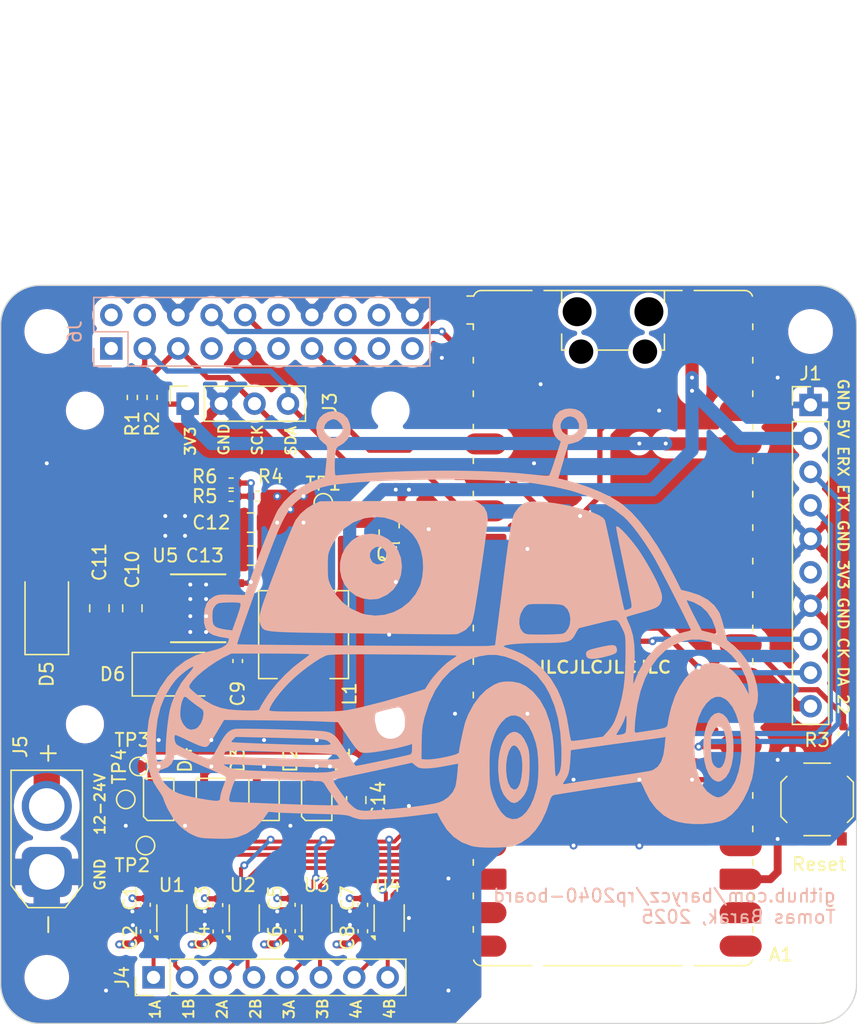
<source format=kicad_pcb>
(kicad_pcb (version 20241229) (generator "pcbnew") (generator_version "9.0")
  (layers (0 "F.Cu" signal) (4 "In1.Cu" power) (6 "In2.Cu" power) (2 "B.Cu" signal) (13 "F.Paste" user) (15 "B.Paste" user) (5 "F.SilkS" user "F.Silkscreen") (7 "B.SilkS" user "B.Silkscreen") (1 "F.Mask" user) (3 "B.Mask" user) (25 "Edge.Cuts" user))
  (net 0 "")
  (net 1 "+3V3")
  (net 2 "GND")
  (net 4 "+5V")
  (net 6 "DRVIN1A")
  (net 7 "I2C_SDA")
  (net 9 "I2C_SCK")
  (net 10 "DRVIN1B")
  (net 12 "ELRS_TX")
  (net 13 "ELRS_RX")
  (net 14 "DRVIN2B")
  (net 15 "PICO_VSYS")
  (net 17 "DRVIN4B")
  (net 18 "DRVIN3B")
  (net 19 "DRVIN2A")
  (net 20 "RUN")
  (net 21 "DRVIN4A")
  (net 22 "DRVIN3A")
  (net 23 "Net-(D6-K)")
  (net 24 "VIN")
  (net 25 "Net-(D1-DOUT)")
  (net 26 "Net-(D2-DOUT)")
  (net 27 "DRVOUT1A")
  (net 28 "DRVOUT3B")
  (net 29 "DRVOUT4B")
  (net 30 "DRVOUT4A")
  (net 31 "DRVOUT2A")
  (net 32 "DRVOUT2B")
  (net 33 "DRVOUT3A")
  (net 34 "DRVOUT1B")
  (net 36 "GPIO22")
  (net 37 "GPIO03")
  (net 38 "Net-(U5-BOOT)")
  (net 39 "Net-(D3-DOUT)")
  (net 40 "GPIO02")
  (net 44 "RP_TX")
  (net 49 "RP_RX")
  (net 51 "Net-(SW1-B)")
  (net 52 "Net-(U5-VSENSE)")
  (net 53 "DRVNSLEEP")
  (net 56 "LED_DIN")
  (net 58 "LED_DOUT")
  (net 59 "PICO_VBUS")
  (footprint "Capacitor_SMD:C_0402_1005Metric" (layer "F.Cu") (at 122 113 90)
    (property "Reference" "C6" (at -0.5 -1.16 90) (layer "F.SilkS"))
    (property "Value" "100n" (hide yes))
    (pad "1" smd roundrect (at -0.48 0 90) (size 0.56 0.62) (layers "F.Cu" "F.Mask" "F.Paste") (net 4 "+5V"))
    (pad "2" smd roundrect (at 0.48 0 90) (size 0.56 0.62) (layers "F.Cu" "F.Mask" "F.Paste") (net 2 "GND"))
  )
  (footprint "Package_TO_SOT_SMD:SOT-23" (layer "F.Cu") (at 129.5 82 180)
    (property "Reference" "Q1" (at 0 -2.4 0) (layer "F.SilkS"))
    (property "Value" "AO3401A" (hide yes))
    (pad "1" smd roundrect (at -0.9375 -0.95 180) (size 1.475 0.6) (layers "F.Cu" "F.Mask" "F.Paste") (net 59 "PICO_VBUS"))
    (pad "2" smd roundrect (at -0.9375 0.95 180) (size 1.475 0.6) (layers "F.Cu" "F.Mask" "F.Paste") (net 15 "PICO_VSYS"))
    (pad "3" smd roundrect (at 0.9375 0 180) (size 1.475 0.6) (layers "F.Cu" "F.Mask" "F.Paste") (net 4 "+5V"))
  )
  (footprint "MountingHole:MountingHole_2.2mm_M2" (layer "F.Cu") (at 129.6 97.3)
    (property "Reference" "H8" (hide yes))
    (property "Value" "MountingHole" (hide yes))
    (pad "" np_thru_hole circle (at 0 0) (size 2.2 2.2) (drill 2.2) (layers "*.Cu" "*.Mask"))
  )
  (footprint "Package_SON:WSON-8-1EP_2x2mm_P0.5mm_EP0.9x1.6mm" (layer "F.Cu") (at 124 112 90)
    (property "Reference" "U3" (at 2.5 0 180) (layer "F.SilkS"))
    (property "Value" "DRV8837" (hide yes))
    (pad "1" smd roundrect (at -0.95 -0.75 90) (size 0.5 0.25) (layers "F.Cu" "F.Mask" "F.Paste") (net 4 "+5V"))
    (pad "2" smd roundrect (at -0.95 -0.25 90) (size 0.5 0.25) (layers "F.Cu" "F.Mask" "F.Paste") (net 33 "DRVOUT3A"))
    (pad "3" smd roundrect (at -0.95 0.25 90) (size 0.5 0.25) (layers "F.Cu" "F.Mask" "F.Paste") (net 28 "DRVOUT3B"))
    (pad "4" smd roundrect (at -0.95 0.75 90) (size 0.5 0.25) (layers "F.Cu" "F.Mask" "F.Paste") (net 2 "GND"))
    (pad "5" smd roundrect (at 0.95 0.75 90) (size 0.5 0.25) (layers "F.Cu" "F.Mask" "F.Paste") (net 18 "DRVIN3B"))
    (pad "6" smd roundrect (at 0.95 0.25 90) (size 0.5 0.25) (layers "F.Cu" "F.Mask" "F.Paste") (net 22 "DRVIN3A"))
    (pad "7" smd roundrect (at 0.95 -0.25 90) (size 0.5 0.25) (layers "F.Cu" "F.Mask" "F.Paste") (net 53 "DRVNSLEEP"))
    (pad "8" smd roundrect (at 0.95 -0.75 90) (size 0.5 0.25) (layers "F.Cu" "F.Mask" "F.Paste") (net 1 "+3V3"))
    (pad "9" smd rect (at 0 0 90) (size 0.9 1.6) (layers "F.Cu" "F.Mask") (net 2 "GND"))
  )
  (footprint "Resistor_SMD:R_0402_1005Metric" (layer "F.Cu") (at 111.5 72.5 90)
    (property "Reference" "R2" (at -2 0 90) (layer "F.SilkS"))
    (property "Value" "10k" (hide yes))
    (pad "1" smd roundrect (at -0.51 0 90) (size 0.54 0.64) (layers "F.Cu" "F.Mask" "F.Paste") (net 1 "+3V3"))
    (pad "2" smd roundrect (at 0.51 0 90) (size 0.54 0.64) (layers "F.Cu" "F.Mask" "F.Paste") (net 9 "I2C_SCK"))
  )
  (footprint "TestPoint:TestPoint_Pad_D1.0mm" (layer "F.Cu") (at 124.5 80.5)
    (property "Reference" "TP1" (at 0 -1.448 0) (layer "F.SilkS"))
    (property "Value" "TestPoint" (hide yes))
    (pad "1" smd circle (at 0 0) (size 1 1) (layers "F.Cu" "F.Mask") (net 4 "+5V"))
  )
  (footprint "MountingHole:MountingHole_2.7mm" (layer "F.Cu") (at 161.5 67.5)
    (property "Reference" "H2" (hide yes))
    (property "Value" "MountingHole" (hide yes))
    (pad "" np_thru_hole circle (at 0 0) (size 2.7 2.7) (drill 2.7) (layers "*.Cu" "*.Mask"))
  )
  (footprint "MountingHole:MountingHole_2.2mm_M2" (layer "F.Cu") (at 106.4 73.5)
    (property "Reference" "H6" (hide yes))
    (property "Value" "MountingHole" (hide yes))
    (pad "" np_thru_hole circle (at 0 0) (size 2.2 2.2) (drill 2.2) (layers "*.Cu" "*.Mask"))
  )
  (footprint "Package_SO:TI_SO-PowerPAD-8_ThermalVias" (layer "F.Cu") (at 115 88.5 180)
    (property "Reference" "U5" (at 2.5 4 0) (layer "F.SilkS"))
    (property "Value" "TPS5430DDA" (hide yes))
    (pad "1" smd rect (at -2.7 -1.905 180) (size 1.55 0.6) (layers "F.Cu" "F.Mask" "F.Paste") (net 38 "Net-(U5-BOOT)"))
    (pad "2" smd rect (at -2.7 -0.635 180) (size 1.55 0.6) (layers "F.Cu" "F.Mask" "F.Paste"))
    (pad "3" smd rect (at -2.7 0.635 180) (size 1.55 0.6) (layers "F.Cu" "F.Mask" "F.Paste"))
    (pad "4" smd rect (at -2.7 1.905 180) (size 1.55 0.6) (layers "F.Cu" "F.Mask" "F.Paste") (net 52 "Net-(U5-VSENSE)"))
    (pad "5" smd rect (at 2.7 1.905 180) (size 1.55 0.6) (layers "F.Cu" "F.Mask" "F.Paste"))
    (pad "6" smd rect (at 2.7 0.635 180) (size 1.55 0.6) (layers "F.Cu" "F.Mask" "F.Paste") (net 2 "GND"))
    (pad "7" smd rect (at 2.7 -0.635 180) (size 1.55 0.6) (layers "F.Cu" "F.Mask" "F.Paste") (net 24 "VIN"))
    (pad "8" smd rect (at 2.7 -1.905 180) (size 1.55 0.6) (layers "F.Cu" "F.Mask" "F.Paste") (net 23 "Net-(D6-K)"))
    (pad "9" thru_hole circle (at -0.6 -1.8 180) (size 0.6 0.6) (drill 0.3) (layers "*.Cu") (net 2 "GND"))
    (pad "9" thru_hole circle (at -0.6 -0.6 180) (size 0.6 0.6) (drill 0.3) (layers "*.Cu") (net 2 "GND"))
    (pad "9" thru_hole circle (at -0.6 0.7 180) (size 0.6 0.6) (drill 0.3) (layers "*.Cu") (net 2 "GND"))
    (pad "9" thru_hole circle (at -0.6 1.8 180) (size 0.6 0.6) (drill 0.3) (layers "*.Cu") (net 2 "GND"))
    (pad "9" smd rect (at 0 0 180) (size 2.6 3.1) (layers "F.Cu" "F.Mask" "F.Paste") (net 2 "GND"))
    (pad "9" smd rect (at 0 0 180) (size 2.95 4.5) (layers "F.Cu") (net 2 "GND"))
    (pad "9" smd rect (at 0 0 180) (size 2.95 4.5) (layers "B.Cu") (net 2 "GND"))
    (pad "9" thru_hole circle (at 0.6 -1.8 180) (size 0.6 0.6) (drill 0.3) (layers "*.Cu") (net 2 "GND"))
    (pad "9" thru_hole circle (at 0.6 -0.6 180) (size 0.6 0.6) (drill 0.3) (layers "*.Cu") (net 2 "GND"))
    (pad "9" thru_hole circle (at 0.6 0.7 180) (size 0.6 0.6) (drill 0.3) (layers "*.Cu") (net 2 "GND"))
    (pad "9" thru_hole circle (at 0.6 1.8 180) (size 0.6 0.6) (drill 0.3) (layers "*.Cu") (net 2 "GND"))
  )
  (footprint "Connector_PinHeader_2.54mm:PinHeader_1x08_P2.54mm_Vertical" (layer "F.Cu") (at 111.61 116.5 90)
    (property "Reference" "J4" (at 0 -2.38 90) (layer "F.SilkS"))
    (property "Value" "Conn_01x08" (hide yes))
    (pad "1" thru_hole rect (at 0 0 90) (size 1.7 1.7) (drill 1) (layers "*.Cu" "*.Mask") (net 27 "DRVOUT1A"))
    (pad "2" thru_hole circle (at 0 2.54 90) (size 1.7 1.7) (drill 1) (layers "*.Cu" "*.Mask") (net 34 "DRVOUT1B"))
    (pad "3" thru_hole circle (at 0 5.08 90) (size 1.7 1.7) (drill 1) (layers "*.Cu" "*.Mask") (net 31 "DRVOUT2A"))
    (pad "4" thru_hole circle (at 0 7.62 90) (size 1.7 1.7) (drill 1) (layers "*.Cu" "*.Mask") (net 32 "DRVOUT2B"))
    (pad "5" thru_hole circle (at 0 10.16 90) (size 1.7 1.7) (drill 1) (layers "*.Cu" "*.Mask") (net 33 "DRVOUT3A"))
    (pad "6" thru_hole circle (at 0 12.7 90) (size 1.7 1.7) (drill 1) (layers "*.Cu" "*.Mask") (net 28 "DRVOUT3B"))
    (pad "7" thru_hole circle (at 0 15.24 90) (size 1.7 1.7) (drill 1) (layers "*.Cu" "*.Mask") (net 30 "DRVOUT4A"))
    (pad "8" thru_hole circle (at 0 17.78 90) (size 1.7 1.7) (drill 1) (layers "*.Cu" "*.Mask") (net 29 "DRVOUT4B"))
  )
  (footprint "Diode_SMD:D_SMA" (layer "F.Cu") (at 103.5 88.5 90)
    (property "Reference" "D5" (at -5 0 90) (layer "F.SilkS"))
    (property "Value" "SS34" (hide yes))
    (pad "1" smd roundrect (at -2 0 90) (size 2.5 1.8) (layers "F.Cu" "F.Mask" "F.Paste") (roundrect_rratio 0.1388888889) (net 24 "VIN"))
    (pad "2" smd roundrect (at 2 0 90) (size 2.5 1.8) (layers "F.Cu" "F.Mask" "F.Paste") (roundrect_rratio 0.1388888889) (net 2 "GND") (thermal_bridge_width 1))
  )
  (footprint "Capacitor_SMD:C_0402_1005Metric" (layer "F.Cu") (at 127.5 113 90)
    (property "Reference" "C8" (at -0.5 -1.16 90) (layer "F.SilkS"))
    (property "Value" "100n" (hide yes))
    (pad "1" smd roundrect (at -0.48 0 90) (size 0.56 0.62) (layers "F.Cu" "F.Mask" "F.Paste") (net 4 "+5V"))
    (pad "2" smd roundrect (at 0.48 0 90) (size 0.56 0.62) (layers "F.Cu" "F.Mask" "F.Paste") (net 2 "GND"))
  )
  (footprint "TestPoint:TestPoint_Pad_D1.0mm" (layer "F.Cu") (at 111 106.5)
    (property "Reference" "TP2" (at -1 1.5 0) (layer "F.SilkS"))
    (property "Value" "TestPoint" (hide yes))
    (pad "1" smd circle (at 0 0) (size 1 1) (layers "F.Cu" "F.Mask") (net 58 "LED_DOUT"))
  )
  (footprint "Connector_AMASS:AMASS_XT30U-M_1x02_P5.0mm_Vertical" (layer "F.Cu") (at 103.5 108.5 90)
    (property "Reference" "J5" (at 9.5 -2 90) (layer "F.SilkS"))
    (property "Value" "PWR IN" (hide yes))
    (fp_text user "+" (at 9 0 90) (layer "F.SilkS") (effects (font (size 1.5 1.5))))
    (fp_text user "-" (at -4 0 90) (layer "F.SilkS") (effects (font (size 1.5 1.5))))
    (pad "1" thru_hole roundrect (at 0 0 90) (size 3.8 3.8) (drill 2.7) (layers "*.Cu" "*.Mask") (roundrect_rratio 0.2) (net 2 "GND") (thermal_bridge_width 2))
    (pad "2" thru_hole circle (at 5 0 90) (size 3.8 3.8) (drill 2.7) (layers "*.Cu" "*.Mask") (net 24 "VIN"))
  )
  (footprint "Capacitor_SMD:C_0402_1005Metric" (layer "F.Cu") (at 116.5 113.02 90)
    (property "Reference" "C4" (at -0.48 -1.16 90) (layer "F.SilkS"))
    (property "Value" "100n" (hide yes))
    (pad "1" smd roundrect (at -0.48 0 90) (size 0.56 0.62) (layers "F.Cu" "F.Mask" "F.Paste") (net 4 "+5V"))
    (pad "2" smd roundrect (at 0.48 0 90) (size 0.56 0.62) (layers "F.Cu" "F.Mask" "F.Paste") (net 2 "GND"))
  )
  (footprint "Capacitor_SMD:C_0805_2012Metric" (layer "F.Cu") (at 119 84.5 180)
    (property "Reference" "C13" (at 3.5 0 0) (layer "F.SilkS"))
    (property "Value" "1uF" (hide yes))
    (pad "1" smd roundrect (at -0.95 0 180) (size 1 1.45) (layers "F.Cu" "F.Mask" "F.Paste") (net 4 "+5V"))
    (pad "2" smd roundrect (at 0.95 0 180) (size 1 1.45) (layers "F.Cu" "F.Mask" "F.Paste") (net 2 "GND") (thermal_bridge_width 1))
  )
  (footprint "LED_SMD:LED_WS2812B-2020_PLCC4_2.0x2.0mm" (layer "F.Cu") (at 124 103 90)
    (property "Reference" "D1" (at 3 2 90) (layer "F.SilkS"))
    (property "Value" "WS2812B-2020" (hide yes))
    (pad "1" smd rect (at -0.915 -0.55 90) (size 0.7 0.7) (layers "F.Cu" "F.Mask" "F.Paste") (net 25 "Net-(D1-DOUT)"))
    (pad "2" smd rect (at -0.915 0.55 90) (size 0.7 0.7) (layers "F.Cu" "F.Mask" "F.Paste") (net 2 "GND"))
    (pad "3" smd rect (at 0.915 0.55 90) (size 0.7 0.7) (layers "F.Cu" "F.Mask" "F.Paste") (net 56 "LED_DIN"))
    (pad "4" smd rect (at 0.915 -0.55 90) (size 0.7 0.7) (layers "F.Cu" "F.Mask" "F.Paste") (net 15 "PICO_VSYS"))
  )
  (footprint "Capacitor_SMD:C_0805_2012Metric" (layer "F.Cu") (at 127 103.05 -90)
    (property "Reference" "C14" (at 0 -1.68 90) (layer "F.SilkS"))
    (property "Value" "1uF" (hide yes))
    (pad "1" smd roundrect (at -0.95 0 270) (size 1 1.45) (layers "F.Cu" "F.Mask" "F.Paste") (net 15 "PICO_VSYS"))
    (pad "2" smd roundrect (at 0.95 0 270) (size 1 1.45) (layers "F.Cu" "F.Mask" "F.Paste") (net 2 "GND"))
  )
  (footprint "MountingHole:MountingHole_2.2mm_M2" (layer "F.Cu") (at 129.6 73.5)
    (property "Reference" "H7" (hide yes))
    (property "Value" "MountingHole" (hide yes))
    (pad "" np_thru_hole circle (at 0 0) (size 2.2 2.2) (drill 2.2) (layers "*.Cu" "*.Mask"))
  )
  (footprint "MountingHole:MountingHole_2.7mm" (layer "F.Cu") (at 161.5 116.5)
    (property "Reference" "H4" (hide yes))
    (property "Value" "MountingHole" (hide yes))
    (pad "" np_thru_hole circle (at 0 0) (size 2.7 2.7) (drill 2.7) (layers "*.Cu" "*.Mask"))
  )
  (footprint "Capacitor_SMD:C_0805_2012Metric" (layer "F.Cu") (at 107.5 88.5 90)
    (property "Reference" "C11" (at 3.5 0 90) (layer "F.SilkS"))
    (property "Value" "10uF" (hide yes))
    (pad "1" smd roundrect (at -0.95 0 90) (size 1 1.45) (layers "F.Cu" "F.Mask" "F.Paste") (net 24 "VIN"))
    (pad "2" smd roundrect (at 0.95 0 90) (size 1 1.45) (layers "F.Cu" "F.Mask" "F.Paste") (net 2 "GND"))
  )
  (footprint "MountingHole:MountingHole_2.7mm" (layer "F.Cu") (at 103.5 67.5)
    (property "Reference" "H1" (hide yes))
    (property "Value" "MountingHole" (hide yes))
    (pad "" np_thru_hole circle (at 0 0) (size 2.7 2.7) (drill 2.7) (layers "*.Cu" "*.Mask"))
  )
  (footprint "Button_Switch_SMD:SW_Push_1P1T_XKB_TS-1187A" (layer "F.Cu") (at 162 103 90)
    (property "Reference" "SW1" (hide yes))
    (property "Value" "TS-1187A-B-A-B" (hide yes))
    (pad "1" smd rect (at -3 -1.875 90) (size 1 0.75) (layers "F.Cu" "F.Mask" "F.Paste") (net 2 "GND"))
    (pad "1" smd rect (at 3 -1.875 90) (size 1 0.75) (layers "F.Cu" "F.Mask" "F.Paste") (net 2 "GND"))
    (pad "2" smd rect (at -3 1.875 90) (size 1 0.75) (layers "F.Cu" "F.Mask" "F.Paste") (net 51 "Net-(SW1-B)"))
    (pad "2" smd rect (at 3 1.875 90) (size 1 0.75) (layers "F.Cu" "F.Mask" "F.Paste") (net 51 "Net-(SW1-B)"))
  )
  (footprint "Capacitor_SMD:C_0402_1005Metric" (layer "F.Cu") (at 111 113.02 90)
    (property "Reference" "C2" (at -0.48 -1.16 90) (layer "F.SilkS"))
    (property "Value" "100n" (hide yes))
    (pad "1" smd roundrect (at -0.48 0 90) (size 0.56 0.62) (layers "F.Cu" "F.Mask" "F.Paste") (net 4 "+5V"))
    (pad "2" smd roundrect (at 0.48 0 90) (size 0.56 0.62) (layers "F.Cu" "F.Mask" "F.Paste") (net 2 "GND"))
  )
  (footprint "Capacitor_SMD:C_0402_1005Metric" (layer "F.Cu") (at 127.5 111 90)
    (property "Reference" "C7" (at 0.5 -1.16 90) (layer "F.SilkS"))
    (property "Value" "100n" (hide yes))
    (pad "1" smd roundrect (at -0.48 0 90) (size 0.56 0.62) (layers "F.Cu" "F.Mask" "F.Paste") (net 2 "GND"))
    (pad "2" smd roundrect (at 0.48 0 90) (size 0.56 0.62) (layers "F.Cu" "F.Mask" "F.Paste") (net 1 "+3V3"))
  )
  (footprint "LED_SMD:LED_WS2812B-2020_PLCC4_2.0x2.0mm" (layer "F.Cu") (at 112 103 90)
    (property "Reference" "D4" (at 3 2 90) (layer "F.SilkS"))
    (property "Value" "WS2812B-2020" (hide yes))
    (pad "1" smd rect (at -0.915 -0.55 90) (size 0.7 0.7) (layers "F.Cu" "F.Mask" "F.Paste") (net 58 "LED_DOUT"))
    (pad "2" smd rect (at -0.915 0.55 90) (size 0.7 0.7) (layers "F.Cu" "F.Mask" "F.Paste") (net 2 "GND"))
    (pad "3" smd rect (at 0.915 0.55 90) (size 0.7 0.7) (layers "F.Cu" "F.Mask" "F.Paste") (net 39 "Net-(D3-DOUT)"))
    (pad "4" smd rect (at 0.915 -0.55 90) (size 0.7 0.7) (layers "F.Cu" "F.Mask" "F.Paste") (net 15 "PICO_VSYS"))
  )
  (footprint "Package_SON:WSON-8-1EP_2x2mm_P0.5mm_EP0.9x1.6mm" (layer "F.Cu") (at 113 112 90)
    (property "Reference" "U1" (at 2.5 0 180) (layer "F.SilkS"))
    (property "Value" "DRV8837" (hide yes))
    (pad "1" smd roundrect (at -0.95 -0.75 90) (size 0.5 0.25) (layers "F.Cu" "F.Mask" "F.Paste") (net 4 "+5V"))
    (pad "2" smd roundrect (at -0.95 -0.25 90) (size 0.5 0.25) (layers "F.Cu" "F.Mask" "F.Paste") (net 27 "DRVOUT1A"))
    (pad "3" smd roundrect (at -0.95 0.25 90) (size 0.5 0.25) (layers "F.Cu" "F.Mask" "F.Paste") (net 34 "DRVOUT1B"))
    (pad "4" smd roundrect (at -0.95 0.75 90) (size 0.5 0.25) (layers "F.Cu" "F.Mask" "F.Paste") (net 2 "GND"))
    (pad "5" smd roundrect (at 0.95 0.75 90) (size 0.5 0.25) (layers "F.Cu" "F.Mask" "F.Paste") (net 10 "DRVIN1B"))
    (pad "6" smd roundrect (at 0.95 0.25 90) (size 0.5 0.25) (layers "F.Cu" "F.Mask" "F.Paste") (net 6 "DRVIN1A"))
    (pad "7" smd roundrect (at 0.95 -0.25 90) (size 0.5 0.25) (layers "F.Cu" "F.Mask" "F.Paste") (net 53 "DRVNSLEEP"))
    (pad "8" smd roundrect (at 0.95 -0.75 90) (size 0.5 0.25) (layers "F.Cu" "F.Mask" "F.Paste") (net 1 "+3V3"))
    (pad "9" smd rect (at 0 0 90) (size 0.9 1.6) (layers "F.Cu" "F.Mask") (net 2 "GND"))
  )
  (footprint "LED_SMD:LED_WS2812B-2020_PLCC4_2.0x2.0mm" (layer "F.Cu") (at 116 103 90)
    (property "Reference" "D3" (at 3 2 90) (layer "F.SilkS"))
    (property "Value" "WS2812B-2020" (hide yes))
    (pad "1" smd rect (at -0.915 -0.55 90) (size 0.7 0.7) (layers "F.Cu" "F.Mask" "F.Paste") (net 39 "Net-(D3-DOUT)"))
    (pad "2" smd rect (at -0.915 0.55 90) (size 0.7 0.7) (layers "F.Cu" "F.Mask" "F.Paste") (net 2 "GND"))
    (pad "3" smd rect (at 0.915 0.55 90) (size 0.7 0.7) (layers "F.Cu" "F.Mask" "F.Paste") (net 26 "Net-(D2-DOUT)"))
    (pad "4" smd rect (at 0.915 -0.55 90) (size 0.7 0.7) (layers "F.Cu" "F.Mask" "F.Paste") (net 15 "PICO_VSYS"))
  )
  (footprint "MountingHole:MountingHole_2.7mm" (layer "F.Cu") (at 103.5 116.5)
    (property "Reference" "H3" (hide yes))
    (property "Value" "MountingHole" (hide yes))
    (pad "" np_thru_hole circle (at 0 0) (size 2.7 2.7) (drill 2.7) (layers "*.Cu" "*.Mask"))
  )
  (footprint "MountingHole:MountingHole_2.2mm_M2" (layer "F.Cu") (at 106.4 97.3)
    (property "Reference" "H5" (hide yes))
    (property "Value" "MountingHole" (hide yes))
    (pad "" np_thru_hole circle (at 0 0) (size 2.2 2.2) (drill 2.2) (layers "*.Cu" "*.Mask"))
  )
  (footprint "oled module:i2c oled display 0.96 inch VCC GND" (layer "F.Cu") (at 121.82 72.975 -90)
    (property "Reference" "J3" (at 0 -3.18 90) (layer "F.SilkS"))
    (property "Value" "OLED" (hide yes))
    (pad "1" thru_hole rect (at 0 7.62 90) (size 1.7 1.7) (drill 1) (layers "*.Cu" "*.Mask") (net 1 "+3V3"))
    (pad "2" thru_hole circle (at 0 5.08 90) (size 1.7 1.7) (drill 1) (layers "*.Cu" "*.Mask") (net 2 "GND") (thermal_bridge_width 0.8))
    (pad "3" thru_hole circle (at 0 2.54 90) (size 1.7 1.7) (drill 1) (layers "*.Cu" "*.Mask") (net 9 "I2C_SCK"))
    (pad "4" thru_hole circle (at 0 0 90) (size 1.7 1.7) (drill 1) (layers "*.Cu" "*.Mask") (net 7 "I2C_SDA"))
  )
  (footprint "Capacitor_SMD:C_0805_2012Metric" (layer "F.Cu") (at 110 88.5 90)
    (property "Reference" "C10" (at 2.95 0 90) (layer "F.SilkS"))
    (property "Value" "1uF" (hide yes))
    (pad "1" smd roundrect (at -0.95 0 90) (size 1 1.45) (layers "F.Cu" "F.Mask" "F.Paste") (net 24 "VIN"))
    (pad "2" smd roundrect (at 0.95 0 90) (size 1 1.45) (layers "F.Cu" "F.Mask" "F.Paste") (net 2 "GND"))
  )
  (footprint "Module:RaspberryPi_Pico_Common_SMD" (layer "F.Cu") (at 146.5 90)
    (property "Reference" "A1" (at 11.7475 24.765 0) (layer "F.SilkS") (effects (justify left)))
    (property "Value" "RaspberryPi_Pico")
    (pad "" smd rect (at -8.89 -24.13) (size 3.8 2.2) (drill (offset -0.8 0)) (layers "F.Paste"))
    (pad "" smd rect (at -8.89 -21.59) (size 3.8 2.2) (drill (offset -0.8 0)) (layers "F.Paste"))
    (pad "" smd rect (at -8.89 -19.05) (size 3.8 2.2) (drill (offset -0.8 0)) (layers "F.Paste"))
    (pad "" smd rect (at -8.89 -16.51) (size 3.8 2.2) (drill (offset -0.8 0)) (layers "F.Paste"))
    (pad "" smd rect (at -8.89 -13.97) (size 3.8 2.2) (drill (offset -0.8 0)) (layers "F.Paste"))
    (pad "" smd rect (at -8.89 -11.43) (size 3.8 2.2) (drill (offset -0.8 0)) (layers "F.Paste"))
    (pad "" smd rect (at -8.89 -8.89) (size 3.8 2.2) (drill (offset -0.8 0)) (layers "F.Paste"))
    (pad "" smd rect (at -8.89 -6.35) (size 3.8 2.2) (drill (offset -0.8 0)) (layers "F.Paste"))
    (pad "" smd rect (at -8.89 -3.81) (size 3.8 2.2) (drill (offset -0.8 0)) (layers "F.Paste"))
    (pad "" smd rect (at -8.89 -1.27) (size 3.8 2.2) (drill (offset -0.8 0)) (layers "F.Paste"))
    (pad "" smd rect (at -8.89 1.27) (size 3.8 2.2) (drill (offset -0.8 0)) (layers "F.Paste"))
    (pad "" smd rect (at -8.89 3.81) (size 3.8 2.2) (drill (offset -0.8 0)) (layers "F.Paste"))
    (pad "" smd rect (at -8.89 6.35) (size 3.8 2.2) (drill (offset -0.8 0)) (layers "F.Paste"))
    (pad "" smd rect (at -8.89 8.89) (size 3.8 2.2) (drill (offset -0.8 0)) (layers "F.Paste"))
    (pad "" smd rect (at -8.89 11.43) (size 3.8 2.2) (drill (offset -0.8 0)) (layers "F.Paste"))
    (pad "" smd rect (at -8.89 13.97) (size 3.8 2.2) (drill (offset -0.8 0)) (layers "F.Paste"))
    (pad "" smd rect (at -8.89 16.51) (size 3.8 2.2) (drill (offset -0.8 0)) (layers "F.Paste"))
    (pad "" smd rect (at -8.89 19.05) (size 3.8 2.2) (drill (offset -0.8 0)) (layers "F.Paste"))
    (pad "" smd rect (at -8.89 21.59) (size 3.8 2.2) (drill (offset -0.8 0)) (layers "F.Paste"))
    (pad "" smd rect (at -8.89 24.13) (size 3.8 2.2) (drill (offset -0.8 0)) (layers "F.Paste"))
    (pad "" np_thru_hole circle (at -2.725 -24) (size 2.2 2.2) (drill 2.2) (layers "*.Mask"))
    (pad "" np_thru_hole circle (at -2.425 -20.97) (size 1.85 1.85) (drill 1.85) (layers "*.Mask"))
    (pad "" np_thru_hole circle (at 2.425 -20.97) (size 1.85 1.85) (drill 1.85) (layers "*.Mask"))
    (pad "" np_thru_hole circle (at 2.725 -24) (size 2.2 2.2) (drill 2.2) (layers "*.Mask"))
    (pad "" smd rect (at 8.89 -24.13) (size 3.8 2.2) (drill (offset 0.8 0)) (layers "F.Paste"))
    (pad "" smd rect (at 8.89 -21.59) (size 3.8 2.2) (drill (offset 0.8 0)) (layers "F.Paste"))
    (pad "" smd rect (at 8.89 -19.05) (size 3.8 2.2) (drill (offset 0.8 0)) (layers "F.Paste"))
    (pad "" smd rect (at 8.89 -16.51) (size 3.8 2.2) (drill (offset 0.8 0)) (layers "F.Paste"))
    (pad "" smd rect (at 8.89 -13.97) (size 3.8 2.2) (drill (offset 0.8 0)) (layers "F.Paste"))
    (pad "" smd rect (at 8.89 -11.43) (size 3.8 2.2) (drill (offset 0.8 0)) (layers "F.Paste"))
    (pad "" smd rect (at 8.89 -8.89) (size 3.8 2.2) (drill (offset 0.8 0)) (layers "F.Paste"))
    (pad "" smd rect (at 8.89 -6.35) (size 3.8 2.2) (drill (offset 0.8 0)) (layers "F.Paste"))
    (pad "" smd rect (at 8.89 -3.81) (size 3.8 2.2) (drill (offset 0.8 0)) (layers "F.Paste"))
    (pad "" smd rect (at 8.89 -1.27) (size 3.8 2.2) (drill (offset 0.8 0)) (layers "F.Paste"))
    (pad "" smd rect (at 8.89 1.27) (size 3.8 2.2) (drill (offset 0.8 0)) (layers "F.Paste"))
    (pad "" smd rect (at 8.89 3.81) (size 3.8 2.2) (drill (offset 0.8 0)) (layers "F.Paste"))
    (pad "" smd rect (at 8.89 6.35) (size 3.8 2.2) (drill (offset 0.8 0)) (layers "F.Paste"))
    (pad "" smd rect (at 8.89 8.89) (size 3.8 2.2) (drill (offset 0.8 0)) (layers "F.Paste"))
    (pad "" smd rect (at 8.89 11.43) (size 3.8 2.2) (drill (offset 0.8 0)) (layers "F.Paste"))
    (pad "" smd rect (at 8.89 13.97) (size 3.8 2.2) (drill (offset 0.8 0)) (layers "F.Paste"))
    (pad "" smd rect (at 8.89 16.51) (size 3.8 2.2) (drill (offset 0.8 0)) (layers "F.Paste"))
    (pad "" smd rect (at 8.89 19.05) (size 3.8 2.2) (drill (offset 0.8 0)) (layers "F.Paste"))
    (pad "" smd rect (at 8.89 21.59) (size 3.8 2.2) (drill (offset 0.8 0)) (layers "F.Paste"))
    (pad "" smd rect (at 8.89 24.13) (size 3.8 2.2) (drill (offset 0.8 0)) (layers "F.Paste"))
    (pad "1" smd custom (at -9.69 -24.13) (size 1.6 0.8) (layers "F.Cu" "F.Mask") (net 44 "RP_TX") (options (clearance outline) (anchor rect)) (primitives (gr_circle (center 0.8 0) (end 1.6 0) (width 0) (fill yes)) (gr_poly (pts (xy -1.6 -0.6) (xy -1.6 0.6) (xy -1.4 0.8) (xy 0.8 0.8) (xy 0.8 -0.8) (xy -1.4 -0.8)) (width 0) (fill yes)) (gr_circle (center -1.4 -0.6) (end -1.2 -0.6) (width 0) (fill yes)) (gr_circle (center -1.4 0.6) (end -1.2 0.6) (width 0) (fill yes))))
    (pad "2" smd roundrect (at -9.69 -21.59) (size 3.2 1.6) (layers "F.Cu" "F.Mask") (roundrect_rratio 0.5) (net 49 "RP_RX"))
    (pad "3" smd custom (at -9.69 -19.05) (size 1.6 0.8) (layers "F.Cu" "F.Mask") (net 2 "GND") (options (clearance outline) (anchor rect)) (primitives (gr_circle (center -0.8 0) (end 0 0) (width 0) (fill yes)) (gr_poly (pts (xy 1.6 -0.6) (xy 1.6 0.6) (xy 1.4 0.8) (xy -0.8 0.8) (xy -0.8 -0.8) (xy 1.4 -0.8)) (width 0) (fill yes)) (gr_circle (center 1.4 -0.6) (end 1.6 -0.6) (width 0) (fill yes)) (gr_circle (center 1.4 0.6) (end 1.6 0.6) (width 0) (fill yes))))
    (pad "4" smd roundrect (at -9.69 -16.51) (size 3.2 1.6) (layers "F.Cu" "F.Mask") (roundrect_rratio 0.5) (net 40 "GPIO02"))
    (pad "5" smd roundrect (at -9.69 -13.97) (size 3.2 1.6) (layers "F.Cu" "F.Mask") (roundrect_rratio 0.5) (net 37 "GPIO03"))
    (pad "6" smd roundrect (at -9.69 -11.43) (size 3.2 1.6) (layers "F.Cu" "F.Mask") (roundrect_rratio 0.5) (net 7 "I2C_SDA"))
    (pad "7" smd roundrect (at -9.69 -8.89) (size 3.2 1.6) (layers "F.Cu" "F.Mask") (roundrect_rratio 0.5) (net 9 "I2C_SCK"))
    (pad "8" smd custom (at -9.69 -6.35) (size 1.6 0.8) (layers "F.Cu" "F.Mask") (net 2 "GND") (options (clearance outline) (anchor rect)) (primitives (gr_circle (center -0.8 0) (end 0 0) (width 0) (fill yes)) (gr_poly (pts (xy 1.6 -0.6) (xy 1.6 0.6) (xy 1.4 0.8) (xy -0.8 0.8) (xy -0.8 -0.8) (xy 1.4 -0.8)) (width 0) (fill yes)) (gr_circle (center 1.4 -0.6) (end 1.6 -0.6) (width 0) (fill yes)) (gr_circle (center 1.4 0.6) (end 1.6 0.6) (width 0) (fill yes))))
    (pad "9" smd roundrect (at -9.69 -3.81) (size 3.2 1.6) (layers "F.Cu" "F.Mask") (roundrect_rratio 0.5) (net 56 "LED_DIN"))
    (pad "10" smd roundrect (at -9.69 -1.27) (size 3.2 1.6) (layers "F.Cu" "F.Mask") (roundrect_rratio 0.5) (net 53 "DRVNSLEEP"))
    (pad "11" smd roundrect (at -9.69 1.27) (size 3.2 1.6) (layers "F.Cu" "F.Mask") (roundrect_rratio 0.5) (net 6 "DRVIN1A"))
    (pad "12" smd roundrect (at -9.69 3.81) (size 3.2 1.6) (layers "F.Cu" "F.Mask") (roundrect_rratio 0.5) (net 10 "DRVIN1B"))
    (pad "13" smd custom (at -9.69 6.35) (size 1.6 0.8) (layers "F.Cu" "F.Mask") (net 2 "GND") (options (clearance outline) (anchor rect)) (primitives (gr_circle (center -0.8 0) (end 0 0) (width 0) (fill yes)) (gr_poly (pts (xy 1.6 -0.6) (xy 1.6 0.6) (xy 1.4 0.8) (xy -0.8 0.8) (xy -0.8 -0.8) (xy 1.4 -0.8)) (width 0) (fill yes)) (gr_circle (center 1.4 -0.6) (end 1.6 -0.6) (width 0) (fill yes)) (gr_circle (center 1.4 0.6) (end 1.6 0.6) (width 0) (fill yes))))
    (pad "14" smd roundrect (at -9.69 8.89) (size 3.2 1.6) (layers "F.Cu" "F.Mask") (roundrect_rratio 0.5) (net 19 "DRVIN2A"))
    (pad "15" smd roundrect (at -9.69 11.43) (size 3.2 1.6) (layers "F.Cu" "F.Mask") (roundrect_rratio 0.5) (net 14 "DRVIN2B"))
    (pad "16" smd roundrect (at -9.69 13.97) (size 3.2 1.6) (layers "F.Cu" "F.Mask") (roundrect_rratio 0.5) (net 22 "DRVIN3A"))
    (pad "17" smd roundrect (at -9.69 16.51) (size 3.2 1.6) (layers "F.Cu" "F.Mask") (roundrect_rratio 0.5) (net 18 "DRVIN3B"))
    (pad "18" smd custom (at -9.69 19.05) (size 1.6 0.8) (layers "F.Cu" "F.Mask") (net 2 "GND") (options (clearance outline) (anchor rect)) (primitives (gr_circle (center -0.8 0) (end 0 0) (width 0) (fill yes)) (gr_poly (pts (xy 1.6 -0.6) (xy 1.6 0.6) (xy 1.4 0.8) (xy -0.8 0.8) (xy -0.8 -0.8) (xy 1.4 -0.8)) (width 0) (fill yes)) (gr_circle (center 1.4 -0.6) (end 1.6 -0.6) (width 0) (fill yes)) (gr_circle (center 1.4 0.6) (end 1.6 0.6) (width 0) (fill yes))))
    (pad "19" smd roundrect (at -9.69 21.59) (size 3.2 1.6) (layers "F.Cu" "F.Mask") (roundrect_rratio 0.5) (net 21 "DRVIN4A"))
    (pad "20" smd roundrect (at -9.69 24.13) (size 3.2 1.6) (layers "F.Cu" "F.Mask") (roundrect_rratio 0.5) (net 17 "DRVIN4B"))
    (pad "21" smd roundrect (at 9.69 24.13) (size 3.2 1.6) (layers "F.Cu" "F.Mask") (roundrect_rratio 0.5))
    (pad "22" smd roundrect (at 9.69 21.59) (size 3.2 1.6) (layers "F.Cu" "F.Mask") (roundrect_rratio 0.5))
    (pad "23" smd custom (at 9.69 19.05) (size 1.6 0.8) (layers "F.Cu" "F.Mask") (net 2 "GND") (options (clearance outline) (anchor rect)) (primitives (gr_circle (center 0.8 0) (end 1.6 0) (width 0) (fill yes)) (gr_poly (pts (xy -1.6 -0.6) (xy -1.6 0.6) (xy -1.4 0.8) (xy 0.8 0.8) (xy 0.8 -0.8) (xy -1.4 -0.8)) (width 0) (fill yes)) (gr_circle (center -1.4 -0.6) (end -1.2 -0.6) (width 0) (fill yes)) (gr_circle (center -1.4 0.6) (end -1.2 0.6) (width 0) (fill yes))))
    (pad "24" smd roundrect (at 9.69 16.51) (size 3.2 1.6) (layers "F.Cu" "F.Mask") (roundrect_rratio 0.5))
    (pad "25" smd roundrect (at 9.69 13.97) (size 3.2 1.6) (layers "F.Cu" "F.Mask") (roundrect_rratio 0.5))
    (pad "26" smd roundrect (at 9.69 11.43) (size 3.2 1.6) (layers "F.Cu" "F.Mask") (roundrect_rratio 0.5) (net 12 "ELRS_TX"))
    (pad "27" smd roundrect (at 9.69 8.89) (size 3.2 1.6) (layers "F.Cu" "F.Mask") (roundrect_rratio 0.5) (net 13 "ELRS_RX"))
    (pad "28" smd custom (at 9.69 6.35) (size 1.6 0.8) (layers "F.Cu" "F.Mask") (net 2 "GND") (options (clearance outline) (anchor rect)) (primitives (gr_circle (center 0.8 0) (end 1.6 0) (width 0) (fill yes)) (gr_poly (pts (xy -1.6 -0.6) (xy -1.6 0.6) (xy -1.4 0.8) (xy 0.8 0.8) (xy 0.8 -0.8) (xy -1.4 -0.8)) (width 0) (fill yes)) (gr_circle (center -1.4 -0.6) (end -1.2 -0.6) (width 0) (fill yes)) (gr_circle (center -1.4 0.6) (end -1.2 0.6) (width 0) (fill yes))))
    (pad "29" smd roundrect (at 9.69 3.81) (size 3.2 1.6) (layers "F.Cu" "F.Mask") (roundrect_rratio 0.5) (net 36 "GPIO22"))
    (pad "30" smd roundrect (at 9.69 1.27) (size 3.2 1.6) (layers "F.Cu" "F.Mask") (roundrect_rratio 0.5) (net 20 "RUN"))
    (pad "31" smd roundrect (at 9.69 -1.27) (size 3.2 1.6) (layers "F.Cu" "F.Mask") (roundrect_rratio 0.5))
    (pad "32" smd roundrect (at 9.69 -3.81) (size 3.2 1.6) (layers "F.Cu" "F.Mask") (roundrect_rratio 0.5))
    (pad "33" smd custom (at 9.69 -6.35) (size 1.6 0.8) (layers "F.Cu" "F.Mask") (net 2 "GND") (options (clearance outline) (anchor rect)) (primitives (gr_circle (center 0.8 0) (end 1.6 0) (width 0) (fill yes)) (gr_poly (pts (xy -1.6 -0.6) (xy -1.6 0.6) (xy -1.4 0.8) (xy 0.8 0.8) (xy 0.8 -0.8) (xy -1.4 -0.8)) (width 0) (fill yes)) (gr_circle (center -1.4 -0.6) (end -1.2 -0.6) (width 0) (fill yes)) (gr_circle (center -1.4 0.6) (end -1.2 0.6) (width 0) (fill yes))))
    (pad "34" smd roundrect (at 9.69 -8.89) (size 3.2 1.6) (layers "F.Cu" "F.Mask") (roundrect_rratio 0.5))
    (pad "35" smd roundrect (at 9.69 -11.43) (size 3.2 1.6) (layers "F.Cu" "F.Mask") (roundrect_rratio 0.5))
    (pad "36" smd roundrect (at 9.69 -13.97) (size 3.2 1.6) (layers "F.Cu" "F.Mask") (roundrect_rratio 0.5) (net 1 "+3V3"))
    (pad "37" smd roundrect (at 9.69 -16.51) (size 3.2 1.6) (layers "F.Cu" "F.Mask") (roundrect_rratio 0.5))
    (pad "38" smd custom (at 9.69 -19.05) (size 1.6 0.8) (layers "F.Cu" "F.Mask") (net 2 "GND") (options (clearance outline) (anchor rect)) (primitives (gr_circle (center 0.8 0) (end 1.6 0) (width 0) (fill yes)) (gr_poly (pts (xy -1.6 -0.6) (xy -1.6 0.6) (xy -1.4 0.8) (xy 0.8 0.8) (xy 0.8 -0.8) (xy -1.4 -0.8)) (width 0) (fill yes)) (gr_circle (center -1.4 -0.6) (end -1.2 -0.6) (width 0) (fill yes)) (gr_circle (center -1.4 0.6) (end -1.2 0.6) (width 0) (fill yes))))
    (pad "39" smd roundrect (at 9.69 -21.59) (size 3.2 1.6) (layers "F.Cu" "F.Mask") (roundrect_rratio 0.5) (net 15 "PICO_VSYS"))
    (pad "40" smd roundrect (at 9.69 -24.13) (size 3.2 1.6) (layers "F.Cu" "F.Mask") (roundrect_rratio 0.5) (net 59 "PICO_VBUS"))
    (zone (net 0) (net_name "") (layers "F.Cu" "B.Cu" "In1.Cu" "In2.Cu" "F.Paste" "B.Paste") (name "Antenna Copper Keep Out") (connect_pads (clearance 0)) (min_thickness 0.254)
      (keepout (tracks not_allowed) (vias not_allowed) (pads not_allowed) (copperpour not_allowed) (footprints allowed))
      (fill (thermal_gap 0.508) (thermal_bridge_width 0.508))
      (polygon (pts (xy 144.1 114.989895) (xy 139.4 111.339895) (xy 139.4 107) (xy 153.6 107) (xy 153.6 111.339895) (xy 148.9 114.989895) (xy 148.9 116) (xy 144.1 116)))
    )
    (zone (net 0) (net_name "") (layers "F.Cu" "F.Paste") (name "Pad Keep Out D1-W") (connect_pads (clearance 0)) (min_thickness 0.25)
      (keepout (tracks not_allowed) (vias not_allowed) (pads not_allowed) (copperpour not_allowed) (footprints allowed))
      (fill (thermal_gap 0.5) (thermal_bridge_width 0.5))
      (polygon (pts (xy 146.128778 94.800398) (xy 146.184498 94.744678) (xy 146.2573 94.714522) (xy 146.2967 94.7126) (xy 147.0841 94.7126) (xy 147.0841 96.6874) (xy 146.2967 96.6874) (xy 146.2573 96.685478) (xy 146.184498 96.655322) (xy 146.128778 96.599602) (xy 146.098622 96.5268) (xy 146.0967 96.4874) (xy 146.0967 94.9126) (xy 146.098622 94.8732)))
    )
    (zone (net 0) (net_name "") (layers "F.Cu" "F.Paste") (name "Pad Keep Out D1-W") (connect_pads (clearance 0)) (min_thickness 0.25)
      (keepout (tracks not_allowed) (vias not_allowed) (pads not_allowed) (copperpour not_allowed) (footprints allowed))
      (fill (thermal_gap 0.5) (thermal_bridge_width 0.5))
      (polygon (pts (xy 147.8715 96.6874) (xy 147.0841 96.6874) (xy 147.0841 94.7126) (xy 147.8715 94.7126) (xy 147.9109 94.714522) (xy 147.983702 94.744677) (xy 148.039423 94.800398) (xy 148.069578 94.8732) (xy 148.0715 94.9126) (xy 148.0715 96.4874) (xy 148.069578 96.5268) (xy 148.039423 96.599602) (xy 147.983702 96.655323) (xy 147.9109 96.685478)))
    )
    (zone (net 0) (net_name "") (layers "F.Cu" "F.Paste") (name "Pad Keep Out TP6") (connect_pads (clearance 0)) (min_thickness 0.25)
      (keepout (tracks not_allowed) (vias not_allowed) (pads not_allowed) (copperpour not_allowed) (footprints allowed))
      (fill (thermal_gap 0.5) (thermal_bridge_width 0.5))
      (polygon (pts (xy 143.484455 79.947861) (xy 143.357833 79.913932) (xy 143.244306 79.848388) (xy 143.151612 79.755694) (xy 143.086068 79.642167) (xy 143.052139 79.515545) (xy 143.05 79.45) (xy 143.05 75.75) (xy 144.95 75.75) (xy 144.95 79.45) (xy 144.947861 79.515545) (xy 144.913932 79.642167) (xy 144.848388 79.755694) (xy 144.755694 79.848388) (xy 144.642167 79.913932) (xy 144.515545 79.947861) (xy 144.45 79.95) (xy 143.55 79.95)))
    )
    (zone (net 0) (net_name "") (layers "F.Cu" "F.Paste") (name "Pad Keep Out TP3") (connect_pads (clearance 0)) (min_thickness 0.25)
      (keepout (tracks not_allowed) (vias not_allowed) (pads not_allowed) (copperpour not_allowed) (footprints allowed))
      (fill (thermal_gap 0.5) (thermal_bridge_width 0.5))
      (polygon (pts (xy 144.552139 65.184455) (xy 144.586068 65.057833) (xy 144.651612 64.944306) (xy 144.744306 64.851612) (xy 144.857833 64.786068) (xy 144.984455 64.752139) (xy 145.05 64.75) (xy 145.5 64.75) (xy 145.5 66.65) (xy 145.05 66.65) (xy 144.984455 66.647861) (xy 144.857833 66.613932) (xy 144.744306 66.548388) (xy 144.651612 66.455694) (xy 144.586068 66.342167) (xy 144.552139 66.215545) (xy 144.55 66.15) (xy 144.55 65.25)))
    )
    (zone (net 0) (net_name "") (layers "F.Cu" "F.Paste") (name "Pad Keep Out TP4") (connect_pads (clearance 0)) (min_thickness 0.25)
      (keepout (tracks not_allowed) (vias not_allowed) (pads not_allowed) (copperpour not_allowed) (footprints allowed))
      (fill (thermal_gap 0.5) (thermal_bridge_width 0.5))
      (polygon (pts (xy 144.95 75.75) (xy 144.95 72.05) (xy 144.947861 71.984455) (xy 144.913933 71.857833) (xy 144.848388 71.744306) (xy 144.755694 71.651612) (xy 144.642167 71.586067) (xy 144.515545 71.552139) (xy 144.45 71.55) (xy 143.55 71.55) (xy 143.484455 71.552139) (xy 143.357833 71.586067) (xy 143.244306 71.651612) (xy 143.151612 71.744306) (xy 143.086067 71.857833) (xy 143.052139 71.984455) (xy 143.05 72.05) (xy 143.05 75.75)))
    )
    (zone (net 0) (net_name "") (layers "F.Cu" "F.Paste") (name "Pad Keep Out TP3") (connect_pads (clearance 0)) (min_thickness 0.25)
      (keepout (tracks not_allowed) (vias not_allowed) (pads not_allowed) (copperpour not_allowed) (footprints allowed))
      (fill (thermal_gap 0.5) (thermal_bridge_width 0.5))
      (polygon (pts (xy 145.5 66.65) (xy 145.95 66.65) (xy 146.015545 66.647861) (xy 146.142167 66.613933) (xy 146.255694 66.548388) (xy 146.348388 66.455694) (xy 146.413933 66.342167) (xy 146.447861 66.215545) (xy 146.45 66.15) (xy 146.45 65.25) (xy 146.447861 65.184455) (xy 146.413933 65.057833) (xy 146.348388 64.944306) (xy 146.255694 64.851612) (xy 146.142167 64.786067) (xy 146.015545 64.752139) (xy 145.95 64.75) (xy 145.5 64.75)))
    )
    (zone (net 0) (net_name "") (layers "F.Cu" "F.Paste") (name "Pad Keep Out TP1") (connect_pads (clearance 0)) (min_thickness 0.25)
      (keepout (tracks not_allowed) (vias not_allowed) (pads not_allowed) (copperpour not_allowed) (footprints allowed))
      (fill (thermal_gap 0.5) (thermal_bridge_width 0.5))
      (polygon (pts (xy 145.552139 68.484455) (xy 145.586068 68.357833) (xy 145.651612 68.244306) (xy 145.744306 68.151612) (xy 145.857833 68.086068) (xy 145.984455 68.052139) (xy 146.05 68.05) (xy 146.5 68.05) (xy 146.5 69.95) (xy 146.05 69.95) (xy 145.984455 69.947861) (xy 145.857833 69.913932) (xy 145.744306 69.848388) (xy 145.651612 69.755694) (xy 145.586068 69.642167) (xy 145.552139 69.515545) (xy 145.55 69.45) (xy 145.55 68.55)))
    )
    (zone (net 0) (net_name "") (layers "F.Cu" "F.Paste") (name "Pad Keep Out TP1") (connect_pads (clearance 0)) (min_thickness 0.25)
      (keepout (tracks not_allowed) (vias not_allowed) (pads not_allowed) (copperpour not_allowed) (footprints allowed))
      (fill (thermal_gap 0.5) (thermal_bridge_width 0.5))
      (polygon (pts (xy 146.5 69.95) (xy 146.95 69.95) (xy 147.015545 69.947861) (xy 147.142167 69.913933) (xy 147.255694 69.848388) (xy 147.348388 69.755694) (xy 147.413933 69.642167) (xy 147.447861 69.515545) (xy 147.45 69.45) (xy 147.45 68.55) (xy 147.447861 68.484455) (xy 147.413933 68.357833) (xy 147.348388 68.244306) (xy 147.255694 68.151612) (xy 147.142167 68.086067) (xy 147.015545 68.052139) (xy 146.95 68.05) (xy 146.5 68.05)))
    )
    (zone (net 0) (net_name "") (layers "F.Cu" "F.Paste") (name "Pad Keep Out TP2") (connect_pads (clearance 0)) (min_thickness 0.25)
      (keepout (tracks not_allowed) (vias not_allowed) (pads not_allowed) (copperpour not_allowed) (footprints allowed))
      (fill (thermal_gap 0.5) (thermal_bridge_width 0.5))
      (polygon (pts (xy 146.552139 65.199455) (xy 146.586068 65.072833) (xy 146.651612 64.959306) (xy 146.744306 64.866612) (xy 146.857833 64.801068) (xy 146.984455 64.767139) (xy 147.05 64.765) (xy 147.5 64.765) (xy 147.5 66.665) (xy 147.05 66.665) (xy 146.984455 66.662861) (xy 146.857833 66.628932) (xy 146.744306 66.563388) (xy 146.651612 66.470694) (xy 146.586068 66.357167) (xy 146.552139 66.230545) (xy 146.55 66.165) (xy 146.55 65.265)))
    )
    (zone (net 0) (net_name "") (layers "F.Cu" "F.Paste") (name "Pad Keep Out TP7") (connect_pads (clearance 0)) (min_thickness 0.25)
      (keepout (tracks not_allowed) (vias not_allowed) (pads not_allowed) (copperpour not_allowed) (footprints allowed))
      (fill (thermal_gap 0.5) (thermal_bridge_width 0.5))
      (polygon (pts (xy 146.552139 84.484455) (xy 146.586068 84.357833) (xy 146.651612 84.244306) (xy 146.744306 84.151612) (xy 146.857833 84.086068) (xy 146.984455 84.052139) (xy 147.05 84.05) (xy 147.5 84.05) (xy 147.5 85.95) (xy 147.05 85.95) (xy 146.984455 85.947861) (xy 146.857833 85.913932) (xy 146.744306 85.848388) (xy 146.651612 85.755694) (xy 146.586068 85.642167) (xy 146.552139 85.515545) (xy 146.55 85.45) (xy 146.55 84.55)))
    )
    (zone (net 0) (net_name "") (layers "F.Cu" "F.Paste") (name "Pad Keep Out TP2") (connect_pads (clearance 0)) (min_thickness 0.25)
      (keepout (tracks not_allowed) (vias not_allowed) (pads not_allowed) (copperpour not_allowed) (footprints allowed))
      (fill (thermal_gap 0.5) (thermal_bridge_width 0.5))
      (polygon (pts (xy 147.5 66.665) (xy 147.95 66.665) (xy 148.015545 66.662861) (xy 148.142167 66.628933) (xy 148.255694 66.563388) (xy 148.348388 66.470694) (xy 148.413933 66.357167) (xy 148.447861 66.230545) (xy 148.45 66.165) (xy 148.45 65.265) (xy 148.447861 65.199455) (xy 148.413933 65.072833) (xy 148.348388 64.959306) (xy 148.255694 64.866612) (xy 148.142167 64.801067) (xy 148.015545 64.767139) (xy 147.95 64.765) (xy 147.5 64.765)))
    )
    (zone (net 0) (net_name "") (layers "F.Cu" "F.Paste") (name "Pad Keep Out TP7") (connect_pads (clearance 0)) (min_thickness 0.25)
      (keepout (tracks not_allowed) (vias not_allowed) (pads not_allowed) (copperpour not_allowed) (footprints allowed))
      (fill (thermal_gap 0.5) (thermal_bridge_width 0.5))
      (polygon (pts (xy 147.5 85.95) (xy 147.95 85.95) (xy 148.015545 85.947861) (xy 148.142167 85.913933) (xy 148.255694 85.848388) (xy 148.348388 85.755694) (xy 148.413933 85.642167) (xy 148.447861 85.515545) (xy 148.45 85.45) (xy 148.45 84.55) (xy 148.447861 84.484455) (xy 148.413933 84.357833) (xy 148.348388 84.244306) (xy 148.255694 84.151612) (xy 148.142167 84.086067) (xy 148.015545 84.052139) (xy 147.95 84.05) (xy 147.5 84.05)))
    )
    (zone (net 0) (net_name "") (layers "F.Cu" "F.Paste") (name "Pad Keep Out D2") (connect_pads (clearance 0)) (min_thickness 0.25)
      (keepout (tracks not_allowed) (vias not_allowed) (pads not_allowed) (copperpour not_allowed) (footprints allowed))
      (fill (thermal_gap 0.5) (thermal_bridge_width 0.5))
      (polygon (pts (xy 145.9 112.9) (xy 146.5 112.9) (arc (start 146.5 116.5) (mid 145.792893 116.207107) (end 145.5 115.5)) (xy 145.5 113.3) (xy 145.502193 113.236994) (xy 145.541133 113.117148) (xy 145.615201 113.015201) (xy 145.717148 112.941133) (xy 145.836994 112.902193)))
    )
    (zone (net 0) (net_name "") (layers "F.Cu" "F.Paste") (name "Pad Keep Out D2") (connect_pads (clearance 0)) (min_thickness 0.25)
      (keepout (tracks not_allowed) (vias not_allowed) (pads not_allowed) (copperpour not_allowed) (footprints allowed))
      (fill (thermal_gap 0.5) (thermal_bridge_width 0.5))
      (polygon (pts (xy 147.1 112.9) (xy 147.162964 112.902462) (xy 147.282728 112.941376) (xy 147.384606 113.015394) (xy 147.458624 113.117272) (xy 147.497538 113.237036) (xy 147.5 113.3) (arc (start 147.5 115.5) (mid 147.207107 116.207107) (end 146.5 116.5)) (xy 146.5 112.9)))
    )
    (zone (net 0) (net_name "") (layers "F.Cu" "F.Paste") (name "Pad Keep Out D2-W") (connect_pads (clearance 0)) (min_thickness 0.254)
      (keepout (tracks not_allowed) (vias not_allowed) (pads not_allowed) (copperpour not_allowed) (footprints allowed))
      (fill (thermal_gap 0.508) (thermal_bridge_width 0.508))
      (polygon (pts (xy 150.616278 95.7) (xy 150.597382 95.507285) (xy 150.541414 95.32191) (xy 150.450506 95.150937) (xy 150.32812 95.000877) (xy 150.178919 94.877447) (xy 150.008584 94.785348) (xy 149.823605 94.728087) (xy 149.631027 94.707846) (xy 149.438184 94.725396) (xy 149.252424 94.780069) (xy 149.08082 94.869781) (xy 148.929909 94.991116) (xy 148.805441 95.139452) (xy 148.712154 95.30914) (xy 148.653603 95.493715) (xy 148.632019 95.686147) (xy 148.648222 95.879107) (xy 148.701596 96.065245) (xy 148.790108 96.237471) (xy 148.910387 96.389225) (xy 149.057851 96.514726) (xy 149.226882 96.609195) (xy 149.411044 96.669033) (xy 149.603321 96.69196) (xy 149.79639 96.677105) (xy 149.982896 96.625031) (xy 150.155736 96.537724) (xy 150.308325 96.418507) (xy 150.434853 96.271923) (xy 150.5305 96.103555) (xy 150.591622 95.919816) (xy 150.615891 95.727703)))
    )
    (zone (net 0) (net_name "") (layers "F.Cu" "F.Paste") (name "Pad Keep Out D3-W") (connect_pads (clearance 0)) (min_thickness 0.254)
      (keepout (tracks not_allowed) (vias not_allowed) (pads not_allowed) (copperpour not_allowed) (footprints allowed))
      (fill (thermal_gap 0.508) (thermal_bridge_width 0.508))
      (polygon (pts (xy 153.156278 95.7) (xy 153.137382 95.507285) (xy 153.081414 95.32191) (xy 152.990506 95.150937) (xy 152.86812 95.000877) (xy 152.718919 94.877447) (xy 152.548584 94.785348) (xy 152.363605 94.728087) (xy 152.171027 94.707846) (xy 151.978184 94.725396) (xy 151.792424 94.780069) (xy 151.62082 94.869781) (xy 151.469909 94.991116) (xy 151.345441 95.139452) (xy 151.252154 95.30914) (xy 151.193603 95.493715) (xy 151.172019 95.686147) (xy 151.188222 95.879107) (xy 151.241596 96.065245) (xy 151.330108 96.237471) (xy 151.450387 96.389225) (xy 151.597851 96.514726) (xy 151.766882 96.609195) (xy 151.951044 96.669033) (xy 152.143321 96.69196) (xy 152.33639 96.677105) (xy 152.522896 96.625031) (xy 152.695736 96.537724) (xy 152.848325 96.418507) (xy 152.974853 96.271923) (xy 153.0705 96.103555) (xy 153.131622 95.919816) (xy 153.155891 95.727703)))
    )
    (zone (net 0) (net_name "") (layers "F.Cu" "F.Paste") (name "Pad Keep Out D1") (connect_pads (clearance 0)) (min_thickness 0.25)
      (keepout (tracks not_allowed) (vias not_allowed) (pads not_allowed) (copperpour not_allowed) (footprints allowed))
      (fill (thermal_gap 0.5) (thermal_bridge_width 0.5))
      (polygon (pts (arc (start 142.96 115.5) (mid 143.252893 116.207107) (end 143.96 116.5)) (arc (start 143.96 112.9) (mid 143.252893 113.192893) (end 142.96 113.9))))
    )
    (zone (net 0) (net_name "") (layers "F.Cu" "F.Paste") (name "Pad Keep Out D1") (connect_pads (clearance 0)) (min_thickness 0.25)
      (keepout (tracks not_allowed) (vias not_allowed) (pads not_allowed) (copperpour not_allowed) (footprints allowed))
      (fill (thermal_gap 0.5) (thermal_bridge_width 0.5))
      (polygon (pts (arc (start 143.96 116.5) (mid 144.667107 116.207107) (end 144.96 115.5)) (arc (start 144.96 113.9) (mid 144.667107 113.192893) (end 143.96 112.9))))
    )
    (zone (net 0) (net_name "") (layers "F.Cu" "F.Paste") (name "Pad Keep Out D3") (connect_pads (clearance 0)) (min_thickness 0.25)
      (keepout (tracks not_allowed) (vias not_allowed) (pads not_allowed) (copperpour not_allowed) (footprints allowed))
      (fill (thermal_gap 0.5) (thermal_bridge_width 0.5))
      (polygon (pts (arc (start 148.040141 115.499925) (mid 148.333034 116.207032) (end 149.040141 116.499925)) (arc (start 149.040141 112.899925) (mid 148.333034 113.192818) (end 148.040141 113.899925))))
    )
    (zone (net 0) (net_name "") (layers "F.Cu" "F.Paste") (name "Pad Keep Out D3") (connect_pads (clearance 0)) (min_thickness 0.25)
      (keepout (tracks not_allowed) (vias not_allowed) (pads not_allowed) (copperpour not_allowed) (footprints allowed))
      (fill (thermal_gap 0.5) (thermal_bridge_width 0.5))
      (polygon (pts (arc (start 149.040141 116.499925) (mid 149.747248 116.207032) (end 150.040141 115.499925)) (arc (start 150.040141 113.899925) (mid 149.747248 113.192818) (end 149.040141 112.899925))))
    )
  )
  (footprint "Capacitor_SMD:C_0402_1005Metric" (layer "F.Cu") (at 122 111 90)
    (property "Reference" "C5" (at 0.52 -1.16 90) (layer "F.SilkS"))
    (property "Value" "100n" (hide yes))
    (pad "1" smd roundrect (at -0.48 0 90) (size 0.56 0.62) (layers "F.Cu" "F.Mask" "F.Paste") (net 2 "GND"))
    (pad "2" smd roundrect (at 0.48 0 90) (size 0.56 0.62) (layers "F.Cu" "F.Mask" "F.Paste") (net 1 "+3V3"))
  )
  (footprint "Resistor_SMD:R_0402_1005Metric" (layer "F.Cu") (at 119.5 80 180)
    (property "Reference" "R4" (at -1 1.5 0) (layer "F.SilkS"))
    (property "Value" "10k" (hide yes))
    (pad "1" smd roundrect (at -0.51 0 180) (size 0.54 0.64) (layers "F.Cu" "F.Mask" "F.Paste") (net 4 "+5V"))
    (pad "2" smd roundrect (at 0.51 0 180) (size 0.54 0.64) (layers "F.Cu" "F.Mask" "F.Paste") (net 52 "Net-(U5-VSENSE)"))
  )
  (footprint "Capacitor_SMD:C_0402_1005Metric" (layer "F.Cu") (at 118 92.5 -90)
    (property "Reference" "C9" (at 2.48 0 90) (layer "F.SilkS"))
    (property "Value" "10n" (hide yes))
    (pad "1" smd roundrect (at -0.48 0 270) (size 0.56 0.62) (layers "F.Cu" "F.Mask" "F.Paste") (net 38 "Net-(U5-BOOT)"))
    (pad "2" smd roundrect (at 0.48 0 270) (size 0.56 0.62) (layers "F.Cu" "F.Mask" "F.Paste") (net 23 "Net-(D6-K)"))
  )
  (footprint "TestPoint:TestPoint_Pad_D1.0mm" (layer "F.Cu") (at 109.5 103)
    (property "Reference" "TP4" (at -0.5 -2.5 90) (layer "F.SilkS"))
    (property "Value" "TestPoint" (hide yes))
    (pad "1" smd circle (at 0 0) (size 1 1) (layers "F.Cu" "F.Mask") (net 2 "GND"))
  )
  (footprint "Diode_SMD:D_SMA" (layer "F.Cu") (at 113.5 93.5)
    (property "Reference" "D6" (at -5 0 0) (layer "F.SilkS"))
    (property "Value" "SS34" (hide yes))
    (pad "1" smd roundrect (at -2 0) (size 2.5 1.8) (layers "F.Cu" "F.Mask" "F.Paste") (roundrect_rratio 0.1388888889) (net 23 "Net-(D6-K)"))
    (pad "2" smd roundrect (at 2 0) (size 2.5 1.8) (layers "F.Cu" "F.Mask" "F.Paste") (roundrect_rratio 0.1388888889) (net 2 "GND"))
  )
  (footprint "Resistor_SMD:R_0402_1005Metric" (layer "F.Cu") (at 117.5 79 180)
    (property "Reference" "R6" (at 2 0.5 0) (layer "F.SilkS"))
    (property "Value" "100k" (hide yes))
    (pad "1" smd roundrect (at -0.51 0 180) (size 0.54 0.64) (layers "F.Cu" "F.Mask" "F.Paste") (net 52 "Net-(U5-VSENSE)"))
    (pad "2" smd roundrect (at 0.51 0 180) (size 0.54 0.64) (layers "F.Cu" "F.Mask" "F.Paste") (net 2 "GND"))
  )
  (footprint "Inductor_SMD:L_Changjiang_FXL0630" (layer "F.Cu") (at 123 90.5 90)
    (property "Reference" "L1" (at -4.5 3.5 90) (layer "F.SilkS"))
    (property "Value" "15uH" (hide yes))
    (pad "1" smd roundrect (at -3.025 0 90) (size 2.35 3.5) (layers "F.Cu" "F.Mask" "F.Paste") (roundrect_rratio 0.106383) (net 23 "Net-(D6-K)"))
    (pad "2" smd roundrect (at 3.025 0 90) (size 2.35 3.5) (layers "F.Cu" "F.Mask" "F.Paste") (roundrect_rratio 0.106383) (net 4 "+5V"))
  )
  (footprint "Capacitor_SMD:C_0402_1005Metric" (layer "F.Cu") (at 116.5 111.02 90)
    (property "Reference" "C3" (at 0.52 -1.16 90) (layer "F.SilkS"))
    (property "Value" "100n" (hide yes))
    (pad "1" smd roundrect (at -0.48 0 90) (size 0.56 0.62) (layers "F.Cu" "F.Mask" "F.Paste") (net 2 "GND"))
    (pad "2" smd roundrect (at 0.48 0 90) (size 0.56 0.62) (layers "F.Cu" "F.Mask" "F.Paste") (net 1 "+3V3"))
  )
  (footprint "Capacitor_SMD:C_0805_2012Metric" (layer "F.Cu") (at 119 82 180)
    (property "Reference" "C12" (at 3 0 0) (layer "F.SilkS"))
    (property "Value" "22uF" (hide yes))
    (pad "1" smd roundrect (at -0.95 0 180) (size 1 1.45) (layers "F.Cu" "F.Mask" "F.Paste") (net 4 "+5V"))
    (pad "2" smd roundrect (at 0.95 0 180) (size 1 1.45) (layers "F.Cu" "F.Mask" "F.Paste") (net 2 "GND") (thermal_bridge_width 1))
  )
  (footprint "Resistor_SMD:R_0402_1005Metric" (layer "F.Cu") (at 110 72.5 90)
    (property "Reference" "R1" (at -2 0 90) (layer "F.SilkS"))
    (property "Value" "10k" (hide yes))
    (pad "1" smd roundrect (at -0.51 0 90) (size 0.54 0.64) (layers "F.Cu" "F.Mask" "F.Paste") (net 1 "+3V3"))
    (pad "2" smd roundrect (at 0.51 0 90) (size 0.54 0.64) (layers "F.Cu" "F.Mask" "F.Paste") (net 7 "I2C_SDA"))
  )
  (footprint "Package_SON:WSON-8-1EP_2x2mm_P0.5mm_EP0.9x1.6mm" (layer "F.Cu") (at 118.5 112 90)
    (property "Reference" "U2" (at 2.5 -0.11 180) (layer "F.SilkS"))
    (property "Value" "DRV8837" (hide yes))
    (pad "1" smd roundrect (at -0.95 -0.75 90) (size 0.5 0.25) (layers "F.Cu" "F.Mask" "F.Paste") (net 4 "+5V"))
    (pad "2" smd roundrect (at -0.95 -0.25 90) (size 0.5 0.25) (layers "F.Cu" "F.Mask" "F.Paste") (net 31 "DRVOUT2A"))
    (pad "3" smd roundrect (at -0.95 0.25 90) (size 0.5 0.25) (layers "F.Cu" "F.Mask" "F.Paste") (net 32 "DRVOUT2B"))
    (pad "4" smd roundrect (at -0.95 0.75 90) (size 0.5 0.25) (layers "F.Cu" "F.Mask" "F.Paste") (net 2 "GND"))
    (pad "5" smd roundrect (at 0.95 0.75 90) (size 0.5 0.25) (layers "F.Cu" "F.Mask" "F.Paste") (net 14 "DRVIN2B"))
    (pad "6" smd roundrect (at 0.95 0.25 90) (size 0.5 0.25) (layers "F.Cu" "F.Mask" "F.Paste") (net 19 "DRVIN2A"))
    (pad "7" smd roundrect (at 0.95 -0.25 90) (size 0.5 0.25) (layers "F.Cu" "F.Mask" "F.Paste") (net 53 "DRVNSLEEP"))
    (pad "8" smd roundrect (at 0.95 -0.75 90) (size 0.5 0.25) (layers "F.Cu" "F.Mask" "F.Paste") (net 1 "+3V3"))
    (pad "9" smd rect (at 0 0 90) (size 0.9 1.6) (layers "F.Cu" "F.Mask") (net 2 "GND"))
  )
  (footprint "Resistor_SMD:R_0402_1005Metric" (layer "F.Cu") (at 164 98 -90)
    (property "Reference" "R3" (at 0.5 2 180) (layer "F.SilkS"))
    (property "Value" "1k" (hide yes))
    (pad "1" smd roundrect (at -0.51 0 270) (size 0.54 0.64) (layers "F.Cu" "F.Mask" "F.Paste") (net 20 "RUN"))
    (pad "2" smd roundrect (at 0.51 0 270) (size 0.54 0.64) (layers "F.Cu" "F.Mask" "F.Paste") (net 51 "Net-(SW1-B)"))
  )
  (footprint "Package_SON:WSON-8-1EP_2x2mm_P0.5mm_EP0.9x1.6mm" (layer "F.Cu") (at 129.5 112 90)
    (property "Reference" "U4" (at 2.5 -0.1 180) (layer "F.SilkS"))
    (property "Value" "DRV8837" (hide yes))
    (pad "1" smd roundrect (at -0.95 -0.75 90) (size 0.5 0.25) (layers "F.Cu" "F.Mask" "F.Paste") (net 4 "+5V"))
    (pad "2" smd roundrect (at -0.95 -0.25 90) (size 0.5 0.25) (layers "F.Cu" "F.Mask" "F.Paste") (net 30 "DRVOUT4A"))
    (pad "3" smd roundrect (at -0.95 0.25 90) (size 0.5 0.25) (layers "F.Cu" "F.Mask" "F.Paste") (net 29 "DRVOUT4B"))
    (pad "4" smd roundrect (at -0.95 0.75 90) (size 0.5 0.25) (layers "F.Cu" "F.Mask" "F.Paste") (net 2 "GND"))
    (pad "5" smd roundrect (at 0.95 0.75 90) (size 0.5 0.25) (layers "F.Cu" "F.Mask" "F.Paste") (net 17 "DRVIN4B"))
    (pad "6" smd roundrect (at 0.95 0.25 90) (size 0.5 0.25) (layers "F.Cu" "F.Mask" "F.Paste") (net 21 "DRVIN4A"))
    (pad "7" smd roundrect (at 0.95 -0.25 90) (size 0.5 0.25) (layers "F.Cu" "F.Mask" "F.Paste") (net 53 "DRVNSLEEP"))
    (pad "8" smd roundrect (at 0.95 -0.75 90) (size 0.5 0.25) (layers "F.Cu" "F.Mask" "F.Paste") (net 1 "+3V3"))
    (pad "9" smd rect (at 0 0 90) (size 0.9 1.6) (layers "F.Cu" "F.Mask") (net 2 "GND"))
  )
  (footprint "TestPoint:TestPoint_Pad_D1.0mm" (layer "F.Cu") (at 110.5 100.5)
    (property "Reference" "TP3" (at -0.5 -2 0) (layer "F.SilkS"))
    (property "Value" "TestPoint" (hide yes))
    (pad "1" smd circle (at 0 0) (size 1 1) (layers "F.Cu" "F.Mask") (net 15 "PICO_VSYS"))
  )
  (footprint "Capacitor_SMD:C_0402_1005Metric" (layer "F.Cu") (at 111 111 90)
    (property "Reference" "C1" (at 0.52 -1.16 90) (layer "F.SilkS"))
    (property "Value" "100n" (hide yes))
    (pad "1" smd roundrect (at -0.48 0 90) (size 0.56 0.62) (layers "F.Cu" "F.Mask" "F.Paste") (net 2 "GND"))
    (pad "2" smd roundrect (at 0.48 0 90) (size 0.56 0.62) (layers "F.Cu" "F.Mask" "F.Paste") (net 1 "+3V3"))
  )
  (footprint "LED_SMD:LED_WS2812B-2020_PLCC4_2.0x2.0mm" (layer "F.Cu") (at 120 103 90)
    (property "Reference" "D2" (at 3 2 90) (layer "F.SilkS"))
    (property "Value" "WS2812B-2020" (hide yes))
    (pad "1" smd rect (at -0.915 -0.55 90) (size 0.7 0.7) (layers "F.Cu" "F.Mask" "F.Paste") (net 26 "Net-(D2-DOUT)"))
    (pad "2" smd rect (at -0.915 0.55 90) (size 0.7 0.7) (layers "F.Cu" "F.Mask" "F.Paste") (net 2 "GND"))
    (pad "3" smd rect (at 0.915 0.55 90) (size 0.7 0.7) (layers "F.Cu" "F.Mask" "F.Paste") (net 25 "Net-(D1-DOUT)"))
    (pad "4" smd rect (at 0.915 -0.55 90) (size 0.7 0.7) (layers "F.Cu" "F.Mask" "F.Paste") (net 15 "PICO_VSYS"))
  )
  (footprint "Resistor_SMD:R_0402_1005Metric" (layer "F.Cu") (at 117.5 80 180)
    (property "Reference" "R5" (at 2 0 0) (layer "F.SilkS"))
    (property "Value" "3k3" (hide yes))
    (pad "1" smd roundrect (at -0.51 0 180) (size 0.54 0.64) (layers "F.Cu" "F.Mask" "F.Paste") (net 52 "Net-(U5-VSENSE)"))
    (pad "2" smd roundrect (at 0.51 0 180) (size 0.54 0.64) (layers "F.Cu" "F.Mask" "F.Paste") (net 2 "GND"))
  )
  (footprint "Connector_PinHeader_2.54mm:PinHeader_1x10_P2.54mm_Vertical" (layer "F.Cu") (at 161.5 73.07)
    (property "Reference" "J1" (at 0 -2.38 0) (layer "F.SilkS"))
    (property "Value" "Conn_01x10" (hide yes))
    (pad "1" thru_hole rect (at 0 0) (size 1.7 1.7) (drill 1) (layers "*.Cu" "*.Mask") (net 2 "GND"))
    (pad "2" thru_hole circle (at 0 2.54) (size 1.7 1.7) (drill 1) (layers "*.Cu" "*.Mask") (net 15 "PICO_VSYS"))
    (pad "3" thru_hole circle (at 0 5.08) (size 1.7 1.7) (drill 1) (layers "*.Cu" "*.Mask") (net 13 "ELRS_RX"))
    (pad "4" thru_hole circle (at 0 7.62) (size 1.7 1.7) (drill 1) (layers "*.Cu" "*.Mask") (net 12 "ELRS_TX"))
    (pad "5" thru_hole circle (at 0 10.16) (size 1.7 1.7) (drill 1) (layers "*.Cu" "*.Mask") (net 2 "GND"))
    (pad "6" thru_hole circle (at 0 12.7) (size 1.7 1.7) (drill 1) (layers "*.Cu" "*.Mask") (net 1 "+3V3"))
    (pad "7" thru_hole circle (at 0 15.24) (size 1.7 1.7) (drill 1) (layers "*.Cu" "*.Mask") (net 2 "GND"))
    (pad "8" thru_hole circle (at 0 17.78) (size 1.7 1.7) (drill 1) (layers "*.Cu" "*.Mask") (net 9 "I2C_SCK"))
    (pad "9" thru_hole circle (at 0 20.32) (size 1.7 1.7) (drill 1) (layers "*.Cu" "*.Mask") (net 7 "I2C_SDA"))
    (pad "10" thru_hole circle (at 0 22.86) (size 1.7 1.7) (drill 1) (layers "*.Cu" "*.Mask") (net 36 "GPIO22"))
  )
  (footprint "Connector_PinSocket_2.54mm:PinSocket_2x10_P2.54mm_Vertical" (layer "B.Cu") (at 108.4 68.79 -90)
    (property "Reference" "J6" (at -1.27 2.77 90) (layer "B.SilkS") (effects (justify mirror)))
    (property "Value" "Raspberry_Pi_4")
    (pad "1" thru_hole rect (at 0 0 270) (size 1.7 1.7) (drill 1) (layers "*.Cu" "*.Mask"))
    (pad "2" thru_hole circle (at -2.54 0 270) (size 1.7 1.7) (drill 1) (layers "*.Cu" "*.Mask") (net 4 "+5V") (thermal_bridge_width 2))
    (pad "3" thru_hole circle (at 0 -2.54 270) (size 1.7 1.7) (drill 1) (layers "*.Cu" "*.Mask") (net 7 "I2C_SDA"))
    (pad "4" thru_hole circle (at -2.54 -2.54 270) (size 1.7 1.7) (drill 1) (layers "*.Cu" "*.Mask") (net 4 "+5V") (thermal_bridge_width 2))
    (pad "5" thru_hole circle (at 0 -5.08 270) (size 1.7 1.7) (drill 1) (layers "*.Cu" "*.Mask") (net 9 "I2C_SCK"))
    (pad "6" thru_hole circle (at -2.54 -5.08 270) (size 1.7 1.7) (drill 1) (layers "*.Cu" "*.Mask") (net 2 "GND") (thermal_bridge_width 1))
    (pad "7" thru_hole circle (at 0 -7.62 270) (size 1.7 1.7) (drill 1) (layers "*.Cu" "*.Mask"))
    (pad "8" thru_hole circle (at -2.54 -7.62 270) (size 1.7 1.7) (drill 1) (layers "*.Cu" "*.Mask") (net 49 "RP_RX"))
    (pad "9" thru_hole circle (at 0 -10.16 270) (size 1.7 1.7) (drill 1) (layers "*.Cu" "*.Mask") (net 2 "GND") (thermal_bridge_width 1))
    (pad "10" thru_hole circle (at -2.54 -10.16 270) (size 1.7 1.7) (drill 1) (layers "*.Cu" "*.Mask") (net 44 "RP_TX"))
    (pad "11" thru_hole circle (at 0 -12.7 270) (size 1.7 1.7) (drill 1) (layers "*.Cu" "*.Mask"))
    (pad "12" thru_hole circle (at -2.54 -12.7 270) (size 1.7 1.7) (drill 1) (layers "*.Cu" "*.Mask"))
    (pad "13" thru_hole circle (at 0 -15.24 270) (size 1.7 1.7) (drill 1) (layers "*.Cu" "*.Mask") (net 37 "GPIO03"))
    (pad "14" thru_hole circle (at -2.54 -15.24 270) (size 1.7 1.7) (drill 1) (layers "*.Cu" "*.Mask") (net 2 "GND") (thermal_bridge_width 1))
    (pad "15" thru_hole circle (at 0 -17.78 270) (size 1.7 1.7) (drill 1) (layers "*.Cu" "*.Mask") (net 40 "GPIO02"))
    (pad "16" thru_hole circle (at -2.54 -17.78 270) (size 1.7 1.7) (drill 1) (layers "*.Cu" "*.Mask"))
    (pad "17" thru_hole circle (at 0 -20.32 270) (size 1.7 1.7) (drill 1) (layers "*.Cu" "*.Mask"))
    (pad "18" thru_hole circle (at -2.54 -20.32 270) (size 1.7 1.7) (drill 1) (layers "*.Cu" "*.Mask"))
    (pad "19" thru_hole circle (at 0 -22.86 270) (size 1.7 1.7) (drill 1) (layers "*.Cu" "*.Mask"))
    (pad "20" thru_hole circle (at -2.54 -22.86 270) (size 1.7 1.7) (drill 1) (layers "*.Cu" "*.Mask") (net 2 "GND") (thermal_bridge_width 1))
  )
  (footprint "gfx:robot1" (layer "B.Cu") (at 134.327268 89.819283 180)
    (property "Reference" "G***" (hide yes))
    (property "Value" "LOGO" (hide yes))
  )
  (gr_arc (start 165 117) (mid 164.12132 119.12132) (end 162 120) (stroke (width 0.1)) (layer "Edge.Cuts"))
  (gr_arc (start 162 64) (mid 164.12132 64.87868) (end 165 67) (stroke (width 0.1)) (layer "Edge.Cuts"))
  (gr_line (start 103 120) (end 162 120) (stroke (width 0.1)) (layer "Edge.Cuts"))
  (gr_line (start 165 117) (end 165 67) (stroke (width 0.1)) (layer "Edge.Cuts"))
  (gr_line (start 100 67) (end 100 117) (stroke (width 0.1)) (layer "Edge.Cuts"))
  (gr_line (start 162 64) (end 103 64) (stroke (width 0.1)) (layer "Edge.Cuts"))
  (gr_arc (start 103 120) (mid 100.87868 119.12132) (end 100 117) (stroke (width 0.1)) (layer "Edge.Cuts"))
  (gr_arc (start 100 67) (mid 100.87868 64.87868) (end 103 64) (stroke (width 0.1)) (layer "Edge.Cuts"))
  (gr_text "Reset" (at 160 108.5 0) (layer "F.SilkS") (effects (font (size 1 1)) (justify left bottom)))
  (gr_text "GND 5V ERX ETX GND 3V3 GND CK DA 22" (at 163.5 71 270) (layer "F.SilkS") (effects (font (size 0.8 0.8)) (justify left bottom)))
  (gr_text "3V3\n\nGND\n\nSCK\n\nSDA" (at 122.5 77 90) (layer "F.SilkS") (effects (font (size 0.79 0.79)) (justify left bottom)))
  (gr_text "JLCJLCJLCJLC" (at 140.5 93.5 0) (layer "F.SilkS") (effects (font (size 0.9 1) (thickness 0.18) (bold yes)) (justify left bottom)))
  (gr_text "GND   12-24V" (at 108 110 90) (layer "F.SilkS") (effects (font (size 0.79 0.79)) (justify left bottom)))
  (gr_text "1A\n\n1B\n\n2A\n\n2B\n\n3A\n\n3B\n\n4A\n\n4B" (at 130 119.75 90) (layer "F.SilkS") (effects (font (size 0.79 0.79)) (justify left bottom)))
  (gr_text "github.com/barycz/rp2040-board\nTomas Barak, 2025" (at 163.5 112.5 0) (layer "B.SilkS") (effects (font (size 1 1)) (justify left bottom mirror)))
  (segment (start 123.25 111.05) (end 122.72 110.52) (width 0.3) (layer "F.Cu") (net 1))
  (segment (start 122 110.52) (end 121.02 110.52) (width 0.4) (layer "F.Cu") (net 1))
  (segment (start 114.165 73.01) (end 114.2 72.975) (width 0.4) (layer "F.Cu") (net 1))
  (segment (start 128.75 111.05) (end 128.22 110.52) (width 0.3) (layer "F.Cu") (net 1))
  (segment (start 117.24 110.54) (end 116.5 110.54) (width 0.3) (layer "F.Cu") (net 1))
  (segment (start 126.52 110.52) (end 126.5 110.5) (width 0.4) (layer "F.Cu") (net 1))
  (segment (start 115.54 110.54) (end 115.5 110.5) (width 0.4) (layer "F.Cu") (net 1))
  (segment (start 116.5 110.54) (end 115.54 110.54) (width 0.4) (layer "F.Cu") (net 1))
  (segment (start 111.72 110.52) (end 111 110.52) (width 0.3) (layer "F.Cu") (net 1))
  (segment (start 150.53 76.03) (end 150.5 76) (width 1) (layer "F.Cu") (net 1))
  (segment (start 112.25 111.05) (end 111.72 110.52) (width 0.3) (layer "F.Cu") (net 1))
  (segment (start 127.5 110.52) (end 126.52 110.52) (width 0.4) (layer "F.Cu") (net 1))
  (segment (start 117.75 111.05) (end 117.24 110.54) (width 0.3) (layer "F.Cu") (net 1))
  (segment (start 156.19 76.03) (end 150.53 76.03) (width 1) (layer "F.Cu") (net 1))
  (segment (start 111 110.52) (end 110.02 110.52) (width 0.4) (layer "F.Cu") (net 1))
  (segment (start 122.72 110.52) (end 122 110.52) (width 0.3) (layer "F.Cu") (net 1))
  (segment (start 110.02 110.52) (end 110 110.5) (width 0.4) (layer "F.Cu") (net 1))
  (segment (start 128.22 110.52) (end 127.5 110.52) (width 0.3) (layer "F.Cu") (net 1))
  (segment (start 110 73.01) (end 111.5 73.01) (width 0.4) (layer "F.Cu") (net 1))
  (segment (start 156.16 76) (end 156.19 76.03) (width 0.8) (layer "F.Cu") (net 1))
  (segment (start 121.02 110.52) (end 121 110.5) (width 0.4) (layer "F.Cu") (net 1))
  (segment (start 111.5 73.01) (end 114.165 73.01) (width 0.4) (layer "F.Cu") (net 1))
  (via (at 121 110.5) (size 0.6) (drill 0.3) (layers "F.Cu" "B.Cu") (net 1))
  (via (at 150.5 76) (size 0.6) (drill 0.3) (layers "F.Cu" "B.Cu") (net 1))
  (via (at 148.5 76) (size 0.6) (drill 0.3) (layers "F.Cu" "B.Cu") (net 1))
  (via (at 115.5 110.5) (size 0.6) (drill 0.3) (layers "F.Cu" "B.Cu") (net 1))
  (via (at 110 110.5) (size 0.6) (drill 0.3) (layers "F.Cu" "B.Cu") (net 1))
  (via (at 126.5 110.5) (size 0.6) (drill 0.3) (layers "F.Cu" "B.Cu") (net 1))
  (segment (start 114.2 72.975) (end 114.2 74.2) (width 1) (layer "B.Cu") (net 1))
  (segment (start 116 76) (end 148.5 76) (width 1) (layer "B.Cu") (net 1))
  (segment (start 148.5 76) (end 150.5 76) (width 1) (layer "B.Cu") (net 1))
  (segment (start 114.2 74.2) (end 116 76) (width 1) (layer "B.Cu") (net 1))
  (segment (start 121.02 111.48) (end 122 111.48) (width 0.6) (layer "F.Cu") (net 2))
  (segment (start 124 112) (end 126 112) (width 0.6) (layer "F.Cu") (net 2))
  (segment (start 126 112) (end 126.52 111.48) (width 0.6) (layer "F.Cu") (net 2))
  (segment (start 110.315 87.865) (end 110 87.55) (width 0.6) (layer "F.Cu") (net 2))
  (segment (start 111.52 112) (end 113 112) (width 0.6) (layer "F.Cu") (net 2))
  (segment (start 130.25 112.25) (end 130.5 112) (width 0.3) (layer "F.Cu") (net 2))
  (segment (start 113.751 112.251) (end 113.751 112.95) (width 0.3) (layer "F.Cu") (net 2))
  (segment (start 118.5 112) (end 119 112) (width 0.3) (layer "F.Cu") (net 2))
  (segment (start 110 87.55) (end 107.5 87.55) (width 0.6) (layer "F.Cu") (net 2))
  (segment (start 121 111.5) (end 121.02 111.48) (width 0.6) (layer "F.Cu") (net 2))
  (segment (start 122.52 112) (end 122 112.52) (width 0.6) (layer "F.Cu") (net 2))
  (segment (start 124 112) (end 122.52 112) (width 0.6) (layer "F.Cu") (net 2))
  (segment (start 124.635 104) (end 124.55 103.915) (width 0.4) (layer "F.Cu") (net 2))
  (segment (start 124.751 112.251) (end 124.751 112.95) (width 0.3) (layer "F.Cu") (net 2))
  (segment (start 115 112) (end 115.5 111.5) (width 0.6) (layer "F.Cu") (net 2))
  (segment (start 113 112) (end 111.54 112) (width 0.6) (layer "F.Cu") (net 2))
  (segment (start 127.5 112.52) (end 126.52 112.52) (width 0.6) (layer "F.Cu") (net 2))
  (segment (start 129.5 112) (end 128.02 112) (width 0.6) (layer "F.Cu") (net 2))
  (segment (start 113 112) (end 113.5 112) (width 0.3) (layer "F.Cu") (net 2))
  (segment (start 117.04 112) (end 116.5 112.54) (width 0.6) (layer "F.Cu") (net 2))
  (segment (start 116.99 79) (end 116.99 80) (width 0.4) (layer "F.Cu") (net 2))
  (segment (start 124.5 112) (end 124.751 112.251) (width 0.3) (layer "F.Cu") (net 2))
  (segment (start 112.3 87.865) (end 114.335 87.865) (width 0.6) (layer "F.Cu") (net 2))
  (segment (start 127.5 111.48) (end 128.02 112) (width 0.6) (layer "F.Cu") (net 2))
  (segment (start 119 112) (end 119.251 112.251) (width 0.3) (layer "F.Cu") (net 2))
  (segment (start 116.5 111.5) (end 117 112) (width 0.6) (layer "F.Cu") (net 2))
  (segment (start 113.5 112) (end 113.751 112.251) (width 0.3) (layer "F.Cu") (net 2))
  (segment (start 110.02 111.48) (end 110 111.5) (width 0.6) (layer "F.Cu") (net 2))
  (segment (start 126.52 111.48) (end 127.5 111.48) (width 0.6) (layer "F.Cu") (net 2))
  (segment (start 122 111.48) (end 122.52 112) (width 0.6) (layer "F.Cu") (net 2))
  (segment (start 112.3 87.865) (end 110.315 87.865) (width 0.6) (layer "F.Cu") (net 2))
  (segment (start 120.5 112) (end 121 111.5) (width 0.6) (layer "F.Cu") (net 2))
  (segment (start 159 108.5) (end 158.45 109.05) (width 0.6) (layer "F.Cu") (net 2))
  (segment (start 116.5 111.5) (end 115.5 111.5) (width 0.6) (layer "F.Cu") (net 2))
  (segment (start 119.251 112.251) (end 119.251 112.95) (width 0.3) (layer "F.Cu") (net 2))
  (segment (start 130.5 104) (end 131 103.5) (width 0.4) (layer "F.Cu") (net 2))
  (segment (start 118.5 112) (end 120.5 112) (width 0.6) (layer "F.Cu") (net 2))
  (segment (start 127 104) (end 124.635 104) (width 0.4) (layer "F.Cu") (net 2))
  (segment (start 118.5 112) (end 117.04 112) (width 0.6) (layer "F.Cu") (net 2))
  (segment (start 110.04 112.54) (end 110 112.5) (width 0.6) (layer "F.Cu") (net 2))
  (segment (start 115.5 112.5) (end 115.54 112.54) (width 0.6) (layer "F.Cu") (net 2))
  (segment (start 113 112) (end 115 112) (width 0.6) (layer "F.Cu") (net 2))
  (segment (start 130.25 112.95) (end 130.25 112.25) (width 0.3) (layer "F.Cu") (net 2))
  (segment (start 158.45 109.05) (end 156.19 109.05) (width 0.6) (layer "F.Cu") (net 2))
  (segment (start 126.52 112.52) (end 126 112) (width 0.6) (layer "F.Cu") (net 2))
  (segment (start 110.02 111.48) (end 111 111.48) (width 0.6) (layer "F.Cu") (net 2))
  (segment (start 127 104) (end 130.5 104) (width 0.4) (layer "F.Cu") (net 2))
  (segment (start 159 106) (end 159 108.5) (width 0.6) (layer "F.Cu") (net 2))
  (segment (start 134.05 109.05) (end 134 109) (width 0.6) (layer "F.Cu") (net 2))
  (segment (start 115 112) (end 115.5 112.5) (width 0.6) (layer "F.Cu") (net 2))
  (segment (start 114.335 87.865) (end 114.4 87.8) (width 0.6) (layer "F.Cu") (net 2))
  (segment (start 128.02 112) (end 127.5 112.52) (width 0.6) (layer "F.Cu") (net 2))
  (segment (start 122 112.52) (end 121.02 112.52) (width 0.6) (layer "F.Cu") (net 2))
  (segment (start 117 112) (end 118.5 112) (width 0.6) (layer "F.Cu") (net 2))
  (segment (start 120.5 112) (end 121.02 112.52) (width 0.6) (layer "F.Cu") (net 2))
  (segment (start 124 112) (end 124.5 112) (width 0.3) (layer "F.Cu") (net 2))
  (segment (start 111 112.54) (end 110.04 112.54) (width 0.6) (layer "F.Cu") (net 2))
  (segment (start 116.5 112.54) (end 115.54 112.54) (width 0.6) (layer "F.Cu") (net 2))
  (segment (start 111 111.48) (end 111.52 112) (width 0.6) (layer "F.Cu") (net 2))
  (segment (start 136.81 109.05) (end 134.05 109.05) (width 0.6) (layer "F.Cu") (net 2))
  (segment (start 131 112) (end 129.5 112) (width 0.3) (layer "F.Cu") (net 2))
  (segment (start 111.54 112) (end 111 112.54) (width 0.6) (layer "F.Cu") (net 2))
  (via (at 129.5 90.5) (size 0.6) (drill 0.3) (layers "F.Cu" "B.Cu") (net 2))
  (via (at 143.5 106.5) (size 0.6) (drill 0.3) (layers "F.Cu" "B.Cu") (net 2))
  (via (at 148.5 101.5) (size 0.6) (drill 0.3) (layers "F.Cu" "B.Cu") (net 2))
  (via (at 115.5 111.5) (size 0.6) (drill 0.3) (layers "F.Cu" "B.Cu") (net 2))
  (via (at 159 100) (size 0.6) (drill 0.3) (layers "F.Cu" "B.Cu") (net 2))
  (via (at 134.5 96.5) (size 0.6) (drill 0.3) (layers "F.Cu" "B.Cu") (net 2))
  (via (at 148.5 106.5) (size 0.6) (drill 0.3) (layers "F.Cu" "B.Cu") (net 2))
  (via (at 109.5 105) (size 0.6) (drill 0.3) (layers "F.Cu" "B.Cu") (net 2))
  (via (at 159 106) (size 0.6) (drill 0.3) (layers "F.Cu" "B.Cu") (net 2))
  (via (at 150 73.5) (size 0.6) (drill 0.3) (layers "F.Cu" "B.Cu") (net 2))
  (via (at 124 98.5) (size 0.6) (drill 0.3) (layers "F.Cu" "B.Cu") (net 2))
  (via (at 122 105) (size 0.6) (drill 0.3) (layers "F.Cu" "B.Cu") (net 2))
  (via (at 130 86.5) (size 0.6) (drill 0.3) (layers "F.Cu" "B.Cu") (net 2))
  (via (at 134 117.5) (size 0.6) (drill 0.3) (layers "F.Cu" "B.Cu") (net 2))
  (via (at 141 71.5) (size 0.6) (drill 0.3) (layers "F.Cu" "B.Cu") (net 2))
  (via (at 121 111.5) (size 0.6) (drill 0.3) (layers "F.Cu" "B.Cu") (net 2))
  (via (at 114 81.5) (size 0.6) (drill 0.3) (layers "F.Cu" "B.Cu") (net 2))
  (via (at 131 103.5) (size 0.6) (drill 0.3) (layers "F.Cu" "B.Cu") (net 2))
  (via (at 115.5 112.5) (size 0.6) (drill 0.3) (layers "F.Cu" "B.Cu") (net 2))
  (via (at 108 117.5) (size 0.6) (drill 0.3) (layers "F.Cu" "B.Cu") (net 2))
  (via (at 140.5 77.5) (size 0.6) (drill 0.3) (layers "F.Cu" "B.Cu") (net 2))
  (via (at 143.5 101.5) (size 0.6) (drill 0.3) (layers "F.Cu" "B.Cu") (net 2))
  (via (at 133.5 69.5) (size 0.6) (drill 0.3) (layers "F.Cu" "B.Cu") (net 2))
  (via (at 112 98.5) (size 0.6) (drill 0.3) (layers "F.Cu" "B.Cu") (net 2))
  (via (at 116 98.5) (size 0.6) (drill 0.3) (layers "F.Cu" "B.Cu") (net 2))
  (via (at 134 109) (size 0.6) (drill 0.3) (layers "F.Cu" "B.Cu") (net 2))
  (via (at 114 105) (size 0.6) (drill 0.3) (layers "F.Cu" "B.Cu") (net 2))
  (via (at 140 96.5) (size 0.6) (drill 0.3) (layers "F.Cu" "B.Cu") (net 2))
  (via (at 140 84) (size 0.6) (drill 0.3) (layers "F.Cu" "B.Cu") (net 2))
  (via (at 126.52 112.52) (size 0.6) (drill 0.3) (layers "F.Cu" "B.Cu") (net 2))
  (via (at 121.02 112.52) (size 0.6) (drill 0.3) (layers "F.Cu" "B.Cu") (net 2))
  (via (at 159 71) (size 0.6) (drill 0.3) (layers "F.Cu" "B.Cu") (net 2))
  (via (at 131 112) (size 0.6) (drill 0.3) (layers "F.Cu" "B.Cu") (net 2))
  (via (at 114 83) (size 0.6) (drill 0.3) (layers "F.Cu" "B.Cu") (net 2))
  (via (at 112.5 83) (size 0.6) (drill 0.3) (layers "F.Cu" "B.Cu") (net 2))
  (via (at 120 98.5) (size 0.6) (drill 0.3) (layers "F.Cu" "B.Cu") (net 2))
  (via (at 112.5 81.5) (size 0.6) (drill 0.3) (layers "F.Cu" "B.Cu") (net 2))
  (via (at 103.5 77.5) (size 0.6) (drill 0.3) (layers "F.Cu" "B.Cu") (net 2))
  (via (at 110 111.5) (size 0.6) (drill 0.3) (layers "F.Cu" "B.Cu") (net 2))
  (via (at 126.52 111.48) (size 0.6) (drill 0.3) (layers "F.Cu" "B.Cu") (net 2))
  (via (at 110.04 112.54) (size 0.6) (drill 0.3) (layers "F.Cu" "B.Cu") (net 2))
  (segment (start 128.75 112.95) (end 128.22 113.48) (width 0.3) (layer "F.Cu") (net 4))
  (segment (start 122.72 113.48) (end 122 113.48) (width 0.3) (layer "F.Cu") (net 4))
  (segment (start 117.2 113.5) (end 116.5 113.5) (width 0.3) (layer "F.Cu") (net 4))
  (segment (start 117.75 112.95) (end 117.2 113.5) (width 0.3) (layer "F.Cu") (net 4))
  (segment (start 110 114) (end 109 114) (width 0.6) (layer "F.Cu") (net 4))
  (segment (start 116 113.5) (end 115.5 114) (width 0.6) (layer "F.Cu") (net 4))
  (segment (start 111 113.5) (end 110.5 113.5) (width 0.6) (layer "F.Cu") (net 4))
  (segment (start 110.5 113.5) (end 110 114) (width 0.6) (layer "F.Cu") (net 4))
  (segment (start 115.5 114) (end 114.5 114) (width 0.6) (layer "F.Cu") (net 4))
  (segment (start 127.02 113.48) (end 126.5 114) (width 0.6) (layer "F.Cu") (net 4))
  (segment (start 128.22 113.48) (end 127.5 113.48) (width 0.3) (layer "F.Cu") (net 4))
  (segment (start 116.5 113.5) (end 116 113.5) (width 0.6) (layer "F.Cu") (net 4))
  (segment (start 112.25 112.95) (end 111.7 113.5) (width 0.3) (layer "F.Cu") (net 4))
  (segment (start 121.52 113.48) (end 121 114) (width 0.6) (layer "F.Cu") (net 4))
  (segment (start 126.5 114) (end 125.5 114) (width 0.6) (layer "F.Cu") (net 4))
  (segment (start 111.7 113.5) (end 111 113.5) (width 0.3) (layer "F.Cu") (net 4))
  (segment (start 128.5625 82) (end 124 82) (width 0.8) (layer "F.Cu") (net 4))
  (segment (start 127.5 113.48) (end 127.02 113.48) (width 0.6) (layer "F.Cu") (net 4))
  (segment (start 123.25 112.95) (end 122.72 113.48) (width 0.3) (layer "F.Cu") (net 4))
  (segment (start 122 113.48) (end 121.52 113.48) (width 0.6) (layer "F.Cu") (net 4))
  (segment (start 121 114) (end 120 114) (width 0.6) (layer "F.Cu") (net 4))
  (via (at 121 82) (size 0.6) (drill 0.3) (layers "F.Cu" "B.Cu") (net 4))
  (via (at 123 80) (size 0.6) (drill 0.3) (layers "F.Cu" "B.Cu") (net 4))
  (via (at 126.5 114) (size 0.6) (drill 0.3) (layers "F.Cu" "B.Cu") (net 4))
  (via (at 121 80) (size 0.6) (drill 0.3) (layers "F.Cu" "B.Cu") (net 4))
  (via (at 114.5 114) (size 0.6) (drill 0.3) (layers "F.Cu" "B.Cu") (net 4))
  (via (at 115.5 114) (size 0.6) (drill 0.3) (layers "F.Cu" "B.Cu") (net 4))
  (via (at 123 82) (size 0.6) (drill 0.3) (layers "F.Cu" "B.Cu") (net 4))
  (via (at 122 81) (size 0.6) (drill 0.3) (layers "F.Cu" "B.Cu") (net 4))
  (via (at 110 114) (size 0.6) (drill 0.3) (layers "F.Cu" "B.Cu") (net 4))
  (via (at 121 114) (size 0.6) (drill 0.3) (layers "F.Cu" "B.Cu") (net 4))
  (via (at 120 114) (size 0.6) (drill 0.3) (layers "F.Cu" "B.Cu") (net 4))
  (via (at 109 114) (size 0.6) (drill 0.3) (layers "F.Cu" "B.Cu") (net 4))
  (via (at 125.5 114) (size 0.6) (drill 0.3) (layers "F.Cu" "B.Cu") (net 4))
  (segment (start 132.901 103.90752) (end 132.901 92.399) (width 0.3) (layer "F.Cu") (net 6))
  (segment (start 113.25 111.05) (end 113.25 108.85) (width 0.3) (layer "F.Cu") (net 6))
  (segment (start 134.03 91.27) (end 136.81 91.27) (width 0.3) (layer "F.Cu") (net 6))
  (segment (start 115.399 106.701) (end 130.107521 106.701) (width 0.3) (layer "F.Cu") (net 6))
  (segment (start 113.25 108.85) (end 115.399 106.701) (width 0.3) (layer "F.Cu") (net 6))
  (segment (start 132.901 92.399) (end 134.03 91.27) (width 0.3) (layer "F.Cu") (net 6))
  (segment (start 130.107521 106.701) (end 132.901 103.90752) (width 0.3) (layer "F.Cu") (net 6))
  (segment (start 133.5 77.5) (end 134.57 78.57) (width 0.4) (layer "F.Cu") (net 7))
  (segment (start 142.5 86) (end 142.5 82.5) (width 0.4) (layer "F.Cu") (net 7))
  (segment (start 150 90) (end 153 93) (width 0.4) (layer "F.Cu") (net 7))
  (segment (start 121.82 72.975) (end 126.345 77.5) (width 0.4) (layer "F.Cu") (net 7))
  (segment (start 142.5 86) (end 146.5 90) (width 0.4) (layer "F.Cu") (net 7))
  (segment (start 134.57 78.57) (end 136.81 78.57) (width 0.4) (layer "F.Cu") (net 7))
  (segment (start 110 71) (end 110.94 70.06) (width 0.4) (layer "F.Cu") (net 7))
  (segment (start 138.57 78.57) (end 136.81 78.57) (width 0.4) (layer "F.Cu") (net 7))
  (segment (start 110 71.99) (end 110 71) (width 0.4) (layer "F.Cu") (net 7))
  (segment (start 146.5 90) (end 150 90) (width 0.4) (layer "F.Cu") (net 7))
  (segment (start 126.345 77.5) (end 133.5 77.5) (width 0.4) (layer "F.Cu") (net 7))
  (segment (start 110.94 70.06) (end 110.94 68.79) (width 0.4) (layer "F.Cu") (net 7))
  (segment (start 142.5 82.5) (end 138.57 78.57) (width 0.4) (layer "F.Cu") (net 7))
  (via (at 153 93) (size 0.6) (drill 0.3) (layers "F.Cu" "B.Cu") (net 7))
  (segment (start 120.5 70.5) (end 121.82 71.82) (width 0.4) (layer "B.Cu") (net 7))
  (segment (start 112.65 70.5) (end 120.5 70.5) (width 0.4) (layer "B.Cu") (net 7))
  (segment (start 153.39 93.39) (end 161.5 93.39) (width 0.4) (layer "B.Cu") (net 7))
  (segment (start 110.94 68.79) (end 112.65 70.5) (width 0.4) (layer "B.Cu") (net 7))
  (segment (start 121.82 71.82) (end 121.82 72.975) (width 0.4) (layer "B.Cu") (net 7))
  (segment (start 153 93) (end 153.39 93.39) (width 0.4) (layer "B.Cu") (net 7))
  (segment (start 119.28 72.975) (end 117.305 71) (width 0.4) (layer "F.Cu") (net 9))
  (segment (start 119.28 72.975) (end 124.805 78.5) (width 0.4) (layer "F.Cu") (net 9))
  (segment (start 111.5 71.99) (end 111.5 70.77) (width 0.4) (layer "F.Cu") (net 9))
  (segment (start 141.5 86.5) (end 141.5 83.5) (width 0.4) (layer "F.Cu") (net 9))
  (segment (start 139.11 81.11) (end 136.81 81.11) (width 0.4) (layer "F.Cu") (net 9))
  (segment (start 135.11 81.11) (end 136.81 81.11) (width 0.4) (layer "F.Cu") (net 9))
  (segment (start 149.5 91) (end 146 91) (width 0.4) (layer "F.Cu") (net 9))
  (segment (start 141.5 83.5) (end 139.11 81.11) (width 0.4) (layer "F.Cu") (net 9))
  (segment (start 115.69 71) (end 113.48 68.79) (width 0.4) (layer "F.Cu") (net 9))
  (segment (start 111.5 70.77) (end 113.48 68.79) (width 0.4) (layer "F.Cu") (net 9))
  (segment (start 117.305 71) (end 115.69 71) (width 0.4) (layer "F.Cu") (net 9))
  (segment (start 124.805 78.5) (end 132.5 78.5) (width 0.4) (layer "F.Cu") (net 9))
  (segment (start 132.5 78.5) (end 135.11 81.11) (width 0.4) (layer "F.Cu") (net 9))
  (segment (start 146 91) (end 141.5 86.5) (width 0.4) (layer "F.Cu") (net 9))
  (via (at 149.5 91) (size 0.6) (drill 0.3) (layers "F.Cu" "B.Cu") (net 9))
  (segment (start 149.5 91) (end 149.65 90.85) (width 0.4) (layer "B.Cu") (net 9))
  (segment (start 149.65 90.85) (end 161.5 90.85) (width 0.4) (layer "B.Cu") (net 9))
  (segment (start 113.75 109.05852) (end 113.75 111.05) (width 0.3) (layer "F.Cu") (net 10))
  (segment (start 115.60652 107.202) (end 113.75 109.05852) (width 0.3) (layer "F.Cu") (net 10))
  (segment (start 136.81 93.81) (end 134.092 93.81) (width 0.3) (layer "F.Cu") (net 10))
  (segment (start 133.402 94.5) (end 133.402 104.115041) (width 0.3) (layer "F.Cu") (net 10))
  (segment (start 130.315042 107.202) (end 115.60652 107.202) (width 0.3) (layer "F.Cu") (net 10))
  (segment (start 133.402 104.115041) (end 130.315042 107.202) (width 0.3) (layer "F.Cu") (net 10))
  (segment (start 134.092 93.81) (end 133.402 94.5) (width 0.3) (layer "F.Cu") (net 10))
  (segment (start 156.12 101.5) (end 156.19 101.43) (width 0.4) (layer "F.Cu") (net 12))
  (segment (start 152.5 101.5) (end 156.12 101.5) (width 0.4) (layer "F.Cu") (net 12))
  (via (at 152.5 101.5) (size 0.6) (drill 0.3) (layers "F.Cu" "B.Cu") (net 12))
  (segment (start 152 99.5) (end 152 101) (width 0.4) (layer "B.Cu") (net 12))
  (segment (start 163 82.19) (end 163 83.5) (width 0.4) (layer "B.Cu") (net 12))
  (segment (start 152 101) (end 152.5 101.5) (width 0.4) (layer "B.Cu") (net 12))
  (segment (start 152.5 98) (end 152 98.5) (width 0.4) (layer "B.Cu") (net 12))
  (segment (start 161.5 80.69) (end 163 82.19) (width 0.4) (layer "B.Cu") (net 12))
  (segment (start 152 98.5) (end 152 99.5) (width 0.4) (layer "B.Cu") (net 12))
  (segment (start 163 97) (end 162 98) (width 0.4) (layer "B.Cu") (net 12))
  (segment (start 163 83.5) (end 163 97) (width 0.4) (layer "B.Cu") (net 12))
  (segment (start 162 98) (end 152.5 98) (width 0.4) (layer "B.Cu") (net 12))
  (segment (start 153 99) (end 156.08 99) (width 0.4) (layer "F.Cu") (net 13))
  (segment (start 156.08 99) (end 156.19 98.89) (width 0.4) (layer "F.Cu") (net 13))
  (via (at 153 99) (size 0.6) (drill 0.3) (layers "F.Cu" "B.Cu") (net 13))
  (segment (start 163.601 80.251) (end 163.601 84.5) (width 0.4) (layer "B.Cu") (net 13))
  (segment (start 153.399 98.601) (end 153 99) (width 0.4) (layer "B.Cu") (net 13))
  (segment (start 154.5 98.601) (end 153.399 98.601) (width 0.4) (layer "B.Cu") (net 13))
  (segment (start 161.5 78.15) (end 163.601 80.251) (width 0.4) (layer "B.Cu") (net 13))
  (segment (start 163.601 84.5) (end 163.601 97.248942) (width 0.4) (layer "B.Cu") (net 13))
  (segment (start 163.601 97.248942) (end 162.248942 98.601) (width 0.4) (layer "B.Cu") (net 13))
  (segment (start 162.248942 98.601) (end 154.5 98.601) (width 0.4) (layer "B.Cu") (net 13))
  (segment (start 134.404 101.896) (end 134.87 101.43) (width 0.3) (layer "F.Cu") (net 14))
  (segment (start 130.730085 108.204) (end 134.404 104.530082) (width 0.3) (layer "F.Cu") (net 14))
  (segment (start 119.25 111.05) (end 119.25 109.26152) (width 0.3) (layer "F.Cu") (net 14))
  (segment (start 134.87 101.43) (end 136.81 101.43) (width 0.3) (layer "F.Cu") (net 14))
  (segment (start 119.25 109.26152) (end 120.30752 108.204) (width 0.3) (layer "F.Cu") (net 14))
  (segment (start 120.30752 108.204) (end 130.730085 108.204) (width 0.3) (layer "F.Cu") (net 14))
  (segment (start 134.404 104.530082) (end 134.404 101.896) (width 0.3) (layer "F.Cu") (net 14))
  (segment (start 130.4375 81.05) (end 130.4375 80.5) (width 0.6) (layer "F.Cu") (net 15))
  (segment (start 125 100.5) (end 126.5 100.5) (width 0.6) (layer "F.Cu") (net 15))
  (segment (start 119.45 102.085) (end 119.45 101.05) (width 0.6) (layer "F.Cu") (net 15))
  (segment (start 130.4375 80.0625) (end 131 79.5) (width 0.6) (layer "F.Cu") (net 15))
  (segment (start 130.4375 79.9375) (end 130 79.5) (width 0.6) (layer "F.Cu") (net 15))
  (segment (start 115.45 101.05) (end 116 100.5) (width 0.6) (layer "F.Cu") (net 15))
  (segment (start 130.4375 80.5) (end 130.4375 80.0625) (width 0.6) (layer "F.Cu") (net 15))
  (segment (start 152.5 72) (end 152.5 69.5) (width 1) (layer "F.Cu") (net 15))
  (segment (start 111.45 102.085) (end 111.45 101.05) (width 0.6) (layer "F.Cu") (net 15))
  (segment (start 112 100.5) (end 110.5 100.5) (width 0.6) (layer "F.Cu") (net 15))
  (segment (start 126.5 100.5) (end 127 101) (width 0.6) (layer "F.Cu") (net 15))
  (segment (start 124 100.5) (end 125 100.5) (width 0.6) (layer "F.Cu") (net 15))
  (segment (start 115.45 102.085) (end 115.45 101.05) (width 0.6) (layer "F.Cu") (net 15))
  (segment (start 123.45 101.05) (end 124 100.5) (width 0.6) (layer "F.Cu") (net 15))
  (segment (start 112 100.5) (end 125 100.5) (width 0.6) (layer "F.Cu") (net 15))
  (segment (start 127 101) (end 127 102.1) (width 0.6) (layer "F.Cu") (net 15))
  (segment (start 119.45 101.05) (end 120 100.5) (width 0.6) (layer "F.Cu") (net 15))
  (segment (start 153.59 68.41) (end 156.19 68.41) (width 1) (layer "F.Cu") (net 15))
  (segment (start 111.45 101.05) (end 112 100.5) (width 0.6) (layer "F.Cu") (net 15))
  (segment (start 152.5 69.5) (end 153.59 68.41) (width 1) (layer "F.Cu") (net 15))
  (segment (start 123.45 102.085) (end 123.45 101.05) (width 0.6) (layer "F.Cu") (net 15))
  (segment (start 130.4375 80.5) (end 130.4375 79.9375) (width 0.6) (layer "F.Cu") (net 15))
  (via (at 131 79.5) (size 0.6) (drill 0.3) (layers "F.Cu" "B.Cu") (net 15))
  (via (at 125 100.5) (size 0.6) (drill 0.3) (layers "F.Cu" "B.Cu") (net 15))
  (via (at 152.5 71) (size 0.6) (drill 0.3) (layers "F.Cu" "B.Cu") (net 15))
  (via (at 124 100.5) (size 0.6) (drill 0.3) (layers "F.Cu" "B.Cu") (net 15))
  (via (at 120 100.5) (size 0.6) (drill 0.3) (layers "F.Cu" "B.Cu") (net 15))
  (via (at 116 100.5) (size 0.6) (drill 0.3) (layers "F.Cu" "B.Cu") (net 15))
  (via (at 152.5 72) (size 0.6) (drill 0.3) (layers "F.Cu" "B.Cu") (net 15))
  (via (at 112 100.5) (size 0.6) (drill 0.3) (layers "F.Cu" "B.Cu") (net 15))
  (via (at 130 79.5) (size 0.6) (drill 0.3) (layers "F.Cu" "B.Cu") (net 15))
  (segment (start 126.5 82) (end 129 79.5) (width 1) (layer "B.Cu") (net 15))
  (segment (start 131 79.5) (end 149.5 79.5) (width 1) (layer "B.Cu") (net 15))
  (segment (start 161.5 75.61) (end 156.11 75.61) (width 1) (layer "B.Cu") (net 15))
  (segment (start 126.5 99) (end 126.5 82) (width 1) (layer "B.Cu") (net 15))
  (segment (start 120 100.5) (end 116 100.5) (width 1) (layer "B.Cu") (net 15))
  (segment (start 131 79.5) (end 130 79.5) (width 1) (layer "B.Cu") (net 15))
  (segment (start 112 100.5) (end 111.5 100.5) (width 1) (layer "B.Cu") (net 15))
  (segment (start 125 100.5) (end 126.5 99) (width 1) (layer "B.Cu") (net 15))
  (segment (start 156.11 75.61) (end 152.5 72) (width 1) (layer "B.Cu") (net 15))
  (segment (start 125 100.5) (end 120 100.5) (width 1) (layer "B.Cu") (net 15))
  (segment (start 152.5 76.5) (end 152.5 72) (width 1) (layer "B.Cu") (net 15))
  (segment (start 116 100.5) (end 112 100.5) (width 1) (layer "B.Cu") (net 15))
  (segment (start 149.5 79.5) (end 152.5 76.5) (width 1) (layer "B.Cu") (net 15))
  (segment (start 129 79.5) (end 130 79.5) (width 1) (layer "B.Cu") (net 15))
  (segment (start 152.5 72) (end 152.5 71) (width 1) (layer "B.Cu") (net 15))
  (segment (start 131.55 111.05) (end 134.63 114.13) (width 0.3) (layer "F.Cu") (net 17))
  (segment (start 134.63 114.13) (end 136.81 114.13) (width 0.3) (layer "F.Cu") (net 17))
  (segment (start 130.25 111.05) (end 131.55 111.05) (width 0.3) (layer "F.Cu") (net 17))
  (segment (start 133.841125 106.51) (end 136.81 106.51) (width 0.3) (layer "F.Cu") (net 18))
  (segment (start 124.75 109.76352) (end 125.30752 109.206) (width 0.3) (layer "F.Cu") (net 18))
  (segment (start 131.145129 109.206) (end 133.841125 106.51) (width 0.3) (layer "F.Cu") (net 18))
  (segment (start 124.75 111.05) (end 124.75 109.76352) (width 0.3) (layer "F.Cu") (net 18))
  (segment (start 125.30752 109.206) (end 131.145129 109.206) (width 0.3) (layer "F.Cu") (net 18))
  (segment (start 118.75 109.053) (end 118.75 111.05) (width 0.3) (layer "F.Cu") (net 19))
  (segment (start 120.1 107.703) (end 118.75 109.053) (width 0.3) (layer "F.Cu") (net 19))
  (segment (start 136.81 98.89) (end 134.613 98.89) (width 0.3) (layer "F.Cu") (net 19))
  (segment (start 133.903 99.6) (end 133.903 104.322562) (width 0.3) (layer "F.Cu") (net 19))
  (segment (start 130.522563 107.703) (end 120.1 107.703) (width 0.3) (layer "F.Cu") (net 19))
  (segment (start 134.613 98.89) (end 133.903 99.6) (width 0.3) (layer "F.Cu") (net 19))
  (segment (start 133.903 104.322562) (end 130.522563 107.703) (width 0.3) (layer "F.Cu") (net 19))
  (segment (start 156.902786 91.27) (end 156.19 91.27) (width 0.4) (layer "F.Cu") (net 20))
  (segment (start 160.311786 94.679) (end 156.902786 91.27) (width 0.4) (layer "F.Cu") (net 20))
  (segment (start 164 96.660818) (end 164 97.49) (width 0.4) (layer "F.Cu") (net 20))
  (segment (start 164 96.660818) (end 162.018182 94.679) (width 0.4) (layer "F.Cu") (net 20))
  (segment (start 162.018182 94.679) (end 160.311786 94.679) (width 0.4) (layer "F.Cu") (net 20))
  (segment (start 130 110) (end 132 110) (width 0.3) (layer "F.Cu") (net 21))
  (segment (start 129.75 111.05) (end 129.75 110.25) (width 0.3) (layer "F.Cu") (net 21))
  (segment (start 133.59 111.59) (end 136.81 111.59) (width 0.3) (layer "F.Cu") (net 21))
  (segment (start 132 110) (end 133.59 111.59) (width 0.3) (layer "F.Cu") (net 21))
  (segment (start 129.75 110.25) (end 130 110) (width 0.3) (layer "F.Cu") (net 21))
  (segment (start 124.25 109.555) (end 125.1 108.705) (width 0.3) (layer "F.Cu") (net 22))
  (segment (start 125.1 108.705) (end 130.937607 108.705) (width 0.3) (layer "F.Cu") (net 22))
  (segment (start 124.25 111.05) (end 124.25 109.555) (width 0.3) (layer "F.Cu") (net 22))
  (segment (start 130.937607 108.705) (end 135.672603 103.97) (width 0.3) (layer "F.Cu") (net 22))
  (segment (start 135.672603 103.97) (end 136.81 103.97) (width 0.3) (layer "F.Cu") (net 22))
  (segment (start 122 96.5) (end 123 95.5) (width 2) (layer "F.Cu") (net 23))
  (segment (start 119 96.5) (end 122 96.5) (width 2) (layer "F.Cu") (net 23))
  (segment (start 113 96.5) (end 117 96.5) (width 2) (layer "F.Cu") (net 23))
  (segment (start 112.3 90.405) (end 112.3 92.7) (width 1) (layer "F.Cu") (net 23))
  (segment (start 123 95.5) (end 123 93.525) (width 2) (layer "F.Cu") (net 23))
  (segment (start 111.5 95) (end 113 96.5) (width 2) (layer "F.Cu") (net 23))
  (segment (start 118 95.5) (end 117 96.5) (width 0.6) (layer "F.Cu") (net 23))
  (segment (start 118 92.98) (end 118 95.5) (width 0.6) (layer "F.Cu") (net 23))
  (segment (start 118 95.5) (end 119 96.5) (width 0.6) (layer "F.Cu") (net 23))
  (segment (start 112.3 92.7) (end 111.5 93.5) (width 1) (layer "F.Cu") (net 23))
  (segment (start 117 96.5) (end 119 96.5) (width 2) (layer "F.Cu") (net 23))
  (segment (start 111.5 93.5) (end 111.5 95) (width 2) (layer "F.Cu") (net 23))
  (segment (start 112.3 89.135) (end 110.315 89.135) (width 0.8) (layer "F.Cu") (net 24))
  (segment (start 103.5 94.5) (end 103.5 90.5) (width 2) (layer "F.Cu") (net 24))
  (segment (start 103.5 100.5) (end 102.5 99.5) (width 2) (layer "F.Cu") (net 24))
  (segment (start 104.55 89.45) (end 103.5 90.5) (width 1) (layer "F.Cu") (net 24))
  (segment (start 110.315 89.135) (end 110 89.45) (width 0.8) (layer "F.Cu") (net 24))
  (segment (start 102.5 95.5) (end 103.5 94.5) (width 2) (layer "F.Cu") (net 24))
  (segment (start 102.5 99.5) (end 102.5 95.5) (width 2) (layer "F.Cu") (net 24))
  (segment (start 107.5 89.45) (end 104.55 89.45) (width 1) (layer "F.Cu") (net 24))
  (segment (start 110 89.45) (end 107.5 89.45) (width 1) (layer "F.Cu") (net 24))
  (segment (start 103.5 103.5) (end 103.5 100.5) (width 2) (layer "F.Cu") (net 24))
  (segment (start 122.915 103.915) (end 121.085 102.085) (width 0.4) (layer "F.Cu") (net 25))
  (segment (start 123.45 103.915) (end 122.915 103.915) (width 0.4) (layer "F.Cu") (net 25))
  (segment (start 121.085 102.085) (end 120.55 102.085) (width 0.4) (layer "F.Cu") (net 25))
  (segment (start 118.915 103.915) (end 117.085 102.085) (width 0.4) (layer "F.Cu") (net 26))
  (segment (start 117.085 102.085) (end 116.55 102.085) (width 0.4) (layer "F.Cu") (net 26))
  (segment (start 119.45 103.915) (end 118.915 103.915) (width 0.4) (layer "F.Cu") (net 26))
  (segment (start 112.75 112.95) (end 112.75 113.75) (width 0.3) (layer "F.Cu") (net 27))
  (segment (start 111.61 114.89) (end 111.61 116.5) (width 0.3) (layer "F.Cu") (net 27))
  (segment (start 112.75 113.75) (end 111.61 114.89) (width 0.3) (layer "F.Cu") (net 27))
  (segment (start 124.25 112.95) (end 124.25 116.44) (width 0.3) (layer "F.Cu") (net 28))
  (segment (start 124.25 116.44) (end 124.31 116.5) (width 0.3) (layer "F.Cu") (net 28))
  (segment (start 129.75 114.75) (end 129.39 115.11) (width 0.3) (layer "F.Cu") (net 29))
  (segment (start 129.39 115.11) (end 129.39 116.5) (width 0.3) (layer "F.Cu") (net 29))
  (segment (start 129.75 112.95) (end 129.75 114.75) (width 0.3) (layer "F.Cu") (net 29))
  (segment (start 129.25 112.95) (end 129.25 114.1) (width 0.3) (layer "F.Cu") (net 30))
  (segment (start 129.25 114.1) (end 126.85 116.5) (width 0.3) (layer "F.Cu") (net 30))
  (segment (start 118.25 114.94) (end 116.69 116.5) (width 0.3) (layer "F.Cu") (net 31))
  (segment (start 118.25 112.95) (end 118.25 114.94) (width 0.3) (layer "F.Cu") (net 31))
  (segment (start 118.75 112.95) (end 118.75 116.02) (width 0.3) (layer "F.Cu") (net 32))
  (segment (start 118.75 116.02) (end 119.23 116.5) (width 0.3) (layer "F.Cu") (net 32))
  (segment (start 123.75 112.95) (end 123.75 114.52) (width 0.3) (layer "F.Cu") (net 33))
  (segment (start 123.75 114.52) (end 121.77 116.5) (width 0.3) (layer "F.Cu") (net 33))
  (segment (start 113.25 112.95) (end 113.25 115.6) (width 0.3) (layer "F.Cu") (net 34))
  (segment (start 113.25 115.6) (end 114.15 116.5) (width 0.3) (layer "F.Cu") (net 34))
  (segment (start 158.31 93.81) (end 160.43 95.93) (width 0.8) (layer "F.Cu") (net 36))
  (segment (start 160.43 95.93) (end 161.5 95.93) (width 0.8) (layer "F.Cu") (net 36))
  (segment (start 156.19 93.81) (end 158.31 93.81) (width 0.8) (layer "F.Cu") (net 36))
  (segment (start 131.47 76.03) (end 131 76.5) (width 0.4) (layer "F.Cu") (net 37))
  (segment (start 136.81 76.03) (end 131.47 76.03) (width 0.4) (layer "F.Cu") (net 37))
  (segment (start 128 76.5) (end 125.5 74) (width 0.4) (layer "F.Cu") (net 37))
  (segment (start 125.5 74) (end 125.5 70.65) (width 0.4) (layer "F.Cu") (net 37))
  (segment (start 131 76.5) (end 128 76.5) (width 0.4) (layer "F.Cu") (net 37))
  (segment (start 125.5 70.65) (end 123.64 68.79) (width 0.4) (layer "F.Cu") (net 37))
  (segment (start 118 90.705) (end 117.7 90.405) (width 0.6) (layer "F.Cu") (net 38))
  (segment (start 118 92.02) (end 118 90.705) (width 0.6) (layer "F.Cu") (net 38))
  (segment (start 115.45 103.915) (end 114.915 103.915) (width 0.4) (layer "F.Cu") (net 39))
  (segment (start 113.085 102.085) (end 112.55 102.085) (width 0.4) (layer "F.Cu") (net 39))
  (segment (start 114.915 103.915) (end 113.085 102.085) (width 0.4) (layer "F.Cu") (net 39))
  (segment (start 126.18 68.79) (end 127.89 70.5) (width 0.4) (layer "F.Cu") (net 40))
  (segment (start 131.5 70.5) (end 134.5 73.5) (width 0.4) (layer "F.Cu") (net 40))
  (segment (start 134.5 73.5) (end 134.51 73.49) (width 0.4) (layer "F.Cu") (net 40))
  (segment (start 134.51 73.49) (end 136.81 73.49) (width 0.4) (layer "F.Cu") (net 40))
  (segment (start 127.89 70.5) (end 131.5 70.5) (width 0.4) (layer "F.Cu") (net 40))
  (segment (start 118.56 66.25) (end 119.811 67.501) (width 0.4) (layer "F.Cu") (net 44))
  (segment (start 131.999 67.501) (end 133.63 65.87) (width 0.4) (layer "F.Cu") (net 44))
  (segment (start 119.811 67.501) (end 131.999 67.501) (width 0.4) (layer "F.Cu") (net 44))
  (segment (start 133.63 65.87) (end 136.81 65.87) (width 0.4) (layer "F.Cu") (net 44))
  (segment (start 134.41 68.41) (end 133.5 67.5) (width 0.4) (layer "F.Cu") (net 49))
  (segment (start 136.81 68.41) (end 134.41 68.41) (width 0.4) (layer "F.Cu") (net 49))
  (via (at 133.5 67.5) (size 0.6) (drill 0.3) (layers "F.Cu" "B.Cu") (net 49))
  (segment (start 116.02 66.25) (end 117.27 67.5) (width 0.4) (layer "B.Cu") (net 49))
  (segment (start 117.27 67.5) (end 133.5 67.5) (width 0.4) (layer "B.Cu") (net 49))
  (segment (start 164 99.875) (end 163.875 100) (width 0.4) (layer "F.Cu") (net 51))
  (segment (start 164 98.51) (end 164 99.875) (width 0.4) (layer "F.Cu") (net 51))
  (segment (start 163.875 106) (end 163.875 100) (width 0.4) (layer "F.Cu") (net 51))
  (segment (start 118.01 80) (end 118.99 80) (width 0.4) (layer "F.Cu") (net 52))
  (segment (start 119 79) (end 119 79.99) (width 0.4) (layer "F.Cu") (net 52))
  (segment (start 118.01 79) (end 119 79) (width 0.4) (layer "F.Cu") (net 52))
  (segment (start 118.01 79) (end 118.01 80) (width 0.4) (layer "F.Cu") (net 52))
  (segment (start 119 79.99) (end 118.99 80) (width 0.4) (layer "F.Cu") (net 52))
  (segment (start 117.7 86.595) (end 118.905 86.595) (width 0.4) (layer "F.Cu") (net 52))
  (segment (start 118.905 86.595) (end 119 86.5) (width 0.4) (layer "F.Cu") (net 52))
  (via (at 119 86.5) (size 0.6) (drill 0.3) (layers "F.Cu" "B.Cu") (net 52))
  (via (at 119 79) (size 0.6) (drill 0.3) (layers "F.Cu" "B.Cu") (net 52))
  (segment (start 119 86.5) (end 119 79) (width 0.4) (layer "B.Cu") (net 52))
  (segment (start 123.75 109.13576) (end 123.94288 108.94288) (width 0.3) (layer "F.Cu") (net 53))
  (segment (start 129.25 111.05) (end 129.25 110.106) (width 0.3) (layer "F.Cu") (net 53))
  (segment (start 129.9 106.2) (end 115.1 106.2) (width 0.3) (layer "F.Cu") (net 53))
  (segment (start 118.25 111.05) (end 118.25 108.25) (width 0.3) (layer "F.Cu") (net 53))
  (segment (start 132.4 91) (end 132.4 103.7) (width 0.3) (layer "F.Cu") (net 53))
  (segment (start 129.25 110.106) (end 129 109.856) (width 0.3) (layer "F.Cu") (net 53))
  (segment (start 132.4 103.7) (end 129.9 106.2) (width 0.3) (layer "F.Cu") (net 53))
  (segment (start 115.1 106.2) (end 112.75 108.55) (width 0.3) (layer "F.Cu") (net 53))
  (segment (start 134.67 88.73) (end 132.4 91) (width 0.3) (layer "F.Cu") (net 53))
  (segment (start 112.75 108.55) (end 112.75 111.05) (width 0.3) (layer "F.Cu") (net 53))
  (segment (start 137.61 88.73) (end 134.67 88.73) (width 0.3) (layer "F.Cu") (net 53))
  (segment (start 118.25 108.25) (end 118.5 108) (width 0.3) (layer "F.Cu") (net 53))
  (segment (start 123.75 111.05) (end 123.75 109.13576) (width 0.3) (layer "F.Cu") (net 53))
  (via (at 123.94288 108.94288) (size 0.6) (drill 0.3) (layers "F.Cu" "B.Cu") (net 53))
  (via (at 129.5 106.051) (size 0.6) (drill 0.3) (layers "F.Cu" "B.Cu") (net 53))
  (via (at 120.5 106.051) (size 0.6) (drill 0.3) (layers "F.Cu" "B.Cu") (net 53))
  (via (at 129 109.856) (size 0.6) (drill 0.3) (layers "F.Cu" "B.Cu") (net 53))
  (via (at 118.5 108) (size 0.6) (drill 0.3) (layers "F.Cu" "B.Cu") (net 53))
  (via (at 124.5 106.051) (size 0.6) (drill 0.3) (layers "F.Cu" "B.Cu") (net 53))
  (segment (start 123.94288 106.60812) (end 124.5 106.051) (width 0.3) (layer "B.Cu") (net 53))
  (segment (start 129.5 109.356) (end 129.5 106.051) (width 0.3) (layer "B.Cu") (net 53))
  (segment (start 118.5 108) (end 118.551 108) (width 0.3) (layer "B.Cu") (net 53))
  (segment (start 123.94288 108.94288) (end 123.94288 106.60812) (width 0.3) (layer "B.Cu") (net 53))
  (segment (start 129 109.856) (end 129.5 109.356) (width 0.3) (layer "B.Cu") (net 53))
  (segment (start 118.551 108) (end 120.5 106.051) (width 0.3) (layer "B.Cu") (net 53))
  (segment (start 125.085 102.085) (end 126.099 103.099) (width 0.4) (layer "F.Cu") (net 56))
  (segment (start 131.5 101) (end 131.5 89.5) (width 0.4) (layer "F.Cu") (net 56))
  (segment (start 126.099 103.099) (end 129.401 103.099) (width 0.4) (layer "F.Cu") (net 56))
  (segment (start 131.5 89.5) (end 134.81 86.19) (width 0.4) (layer "F.Cu") (net 56))
  (segment (start 134.81 86.19) (end 136.81 86.19) (width 0.4) (layer "F.Cu") (net 56))
  (segment (start 124.55 102.085) (end 125.085 102.085) (width 0.4) (layer "F.Cu") (net 56))
  (segment (start 129.401 103.099) (end 131.5 101) (width 0.4) (layer "F.Cu") (net 56))
  (segment (start 111.5 103.965) (end 111.45 103.915) (width 0.6) (layer "F.Cu") (net 58))
  (segment (start 111.45 106.05) (end 111 106.5) (width 0.6) (layer "F.Cu") (net 58))
  (segment (start 111.45 103.915) (end 111.45 106.05) (width 0.6) (layer "F.Cu") (net 58))
  (segment (start 145.5 80) (end 144 81.5) (width 0.4) (layer "F.Cu") (net 59))
  (segment (start 153.13 65.87) (end 151 68) (width 0.4) (layer "F.Cu") (net 59))
  (segment (start 156.19 65.87) (end 153.13 65.87) (width 0.4) (layer "F.Cu") (net 59))
  (segment (start 151 69.5) (end 150 70.5) (width 0.4) (layer "F.Cu") (net 59))
  (segment (start 151 68) (end 151 69.5) (width 0.4) (layer "F.Cu") (net 59))
  (segment (start 130.4375 82.95) (end 132.05 82.95) (width 0.4) (layer "F.Cu") (net 59))
  (segment (start 145.5 75) (end 145.5 80) (width 0.4) (layer "F.Cu") (net 59))
  (segment (start 150 70.5) (end 145.5 75) (width 0.4) (layer "F.Cu") (net 59))
  (segment (start 132.05 82.95) (end 132.5 82.5) (width 0.4) (layer "F.Cu") (net 59))
  (via (at 144 81.5) (size 0.6) (drill 0.3) (layers "F.Cu" "B.Cu") (net 59))
  (via (at 132.5 82.5) (size 0.6) (drill 0.3) (layers "F.Cu" "B.Cu") (net 59))
  (segment (start 143 82.5) (end 144 81.5) (width 0.4) (layer "B.Cu") (net 59))
  (segment (start 132.5 82.5) (end 143 82.5) (width 0.4) (layer "B.Cu") (net 59))
  (zone (net 4) (net_name "+5V") (layer "F.Cu") (priority 2) (connect_pads yes (clearance 0.5)) (min_thickness 0.25) (fill yes (thermal_gap 0.5) (thermal_bridge_width 0.6))
    (polygon (pts (xy 121 87) (xy 125 87) (xy 125 80) (xy 124.5 79.5) (xy 120 79.5) (xy 119.5 80) (xy 119.5 85.5)))
  )
  (zone (net 0) (net_name "") (layer "F.Cu") (connect_pads (clearance 0)) (min_thickness 0.25)
    (keepout (tracks allowed) (vias allowed) (pads allowed) (copperpour not_allowed) (footprints allowed))
    (fill (thermal_gap 0.5) (thermal_bridge_width 0.6))
    (polygon (pts (xy 117.5 87) (xy 117.5 95) (xy 125 95) (xy 125 87)))
  )
  (zone (net 2) (net_name "GND") (layers "F.Cu" "B.Cu") (priority 1) (connect_pads (clearance 0.6)) (min_thickness 0.4) (fill yes (thermal_gap 0.5) (thermal_bridge_width 0.5))
    (polygon (pts (xy 100 64) (xy 165 64) (xy 165 104.5) (xy 163 106.5) (xy 138.5 106.5) (xy 136.5 108.5) (xy 136.5 118) (xy 134.5 120) (xy 100 120)))
  )
  (zone (net 0) (net_name "") (layers "F.Cu" "B.Cu" "In1.Cu" "In2.Cu") (connect_pads (clearance 0)) (min_thickness 0.5)
    (keepout (tracks allowed) (vias allowed) (pads allowed) (copperpour not_allowed) (footprints allowed))
    (fill (thermal_gap 0.5) (thermal_bridge_width 0.5))
    (polygon (pts (xy 112 66.5) (xy 112 68.5) (xy 130.5 68.5) (xy 130.5 66.5)))
  )
)
</source>
